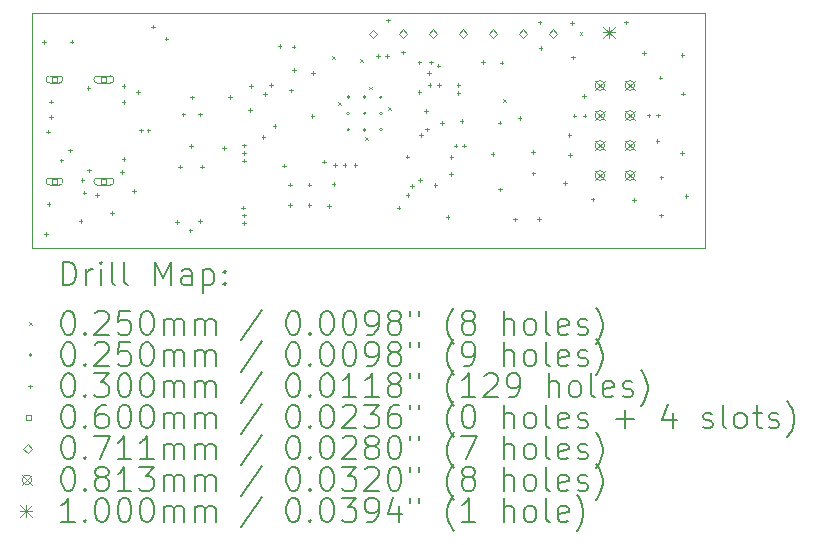
<source format=gbr>
%TF.GenerationSoftware,KiCad,Pcbnew,8.0.4*%
%TF.CreationDate,2024-10-03T21:36:24+02:00*%
%TF.ProjectId,Midi Stick,4d696469-2053-4746-9963-6b2e6b696361,2.0*%
%TF.SameCoordinates,Original*%
%TF.FileFunction,Drillmap*%
%TF.FilePolarity,Positive*%
%FSLAX45Y45*%
G04 Gerber Fmt 4.5, Leading zero omitted, Abs format (unit mm)*
G04 Created by KiCad (PCBNEW 8.0.4) date 2024-10-03 21:36:24*
%MOMM*%
%LPD*%
G01*
G04 APERTURE LIST*
%ADD10C,0.050000*%
%ADD11C,0.200000*%
%ADD12C,0.100000*%
G04 APERTURE END LIST*
D10*
X13288260Y-7365260D02*
X7593260Y-7365237D01*
X13289011Y-5374106D02*
X13288260Y-7365260D01*
X7593260Y-5374010D02*
X13289011Y-5374106D01*
X7593260Y-7365237D02*
X7593260Y-5374010D01*
D11*
D12*
X10135760Y-5742760D02*
X10160760Y-5767760D01*
X10160760Y-5742760D02*
X10135760Y-5767760D01*
X10180810Y-6132760D02*
X10205810Y-6157760D01*
X10205810Y-6132760D02*
X10180810Y-6157760D01*
X10365760Y-5762760D02*
X10390760Y-5787760D01*
X10390760Y-5762760D02*
X10365760Y-5787760D01*
X10415760Y-6427710D02*
X10440760Y-6452710D01*
X10440760Y-6427710D02*
X10415760Y-6452710D01*
X10444537Y-5997810D02*
X10469537Y-6022810D01*
X10469537Y-5997810D02*
X10444537Y-6022810D01*
X10610710Y-6172760D02*
X10635710Y-6197760D01*
X10635710Y-6172760D02*
X10610710Y-6197760D01*
X11580760Y-6105260D02*
X11605760Y-6130260D01*
X11605760Y-6105260D02*
X11580760Y-6130260D01*
X12228260Y-5540260D02*
X12253260Y-5565260D01*
X12253260Y-5540260D02*
X12228260Y-5565260D01*
X10283260Y-6087760D02*
G75*
G02*
X10258260Y-6087760I-12500J0D01*
G01*
X10258260Y-6087760D02*
G75*
G02*
X10283260Y-6087760I12500J0D01*
G01*
X10283260Y-6225260D02*
G75*
G02*
X10258260Y-6225260I-12500J0D01*
G01*
X10258260Y-6225260D02*
G75*
G02*
X10283260Y-6225260I12500J0D01*
G01*
X10283260Y-6362760D02*
G75*
G02*
X10258260Y-6362760I-12500J0D01*
G01*
X10258260Y-6362760D02*
G75*
G02*
X10283260Y-6362760I12500J0D01*
G01*
X10420760Y-6087760D02*
G75*
G02*
X10395760Y-6087760I-12500J0D01*
G01*
X10395760Y-6087760D02*
G75*
G02*
X10420760Y-6087760I12500J0D01*
G01*
X10420760Y-6225260D02*
G75*
G02*
X10395760Y-6225260I-12500J0D01*
G01*
X10395760Y-6225260D02*
G75*
G02*
X10420760Y-6225260I12500J0D01*
G01*
X10420760Y-6362760D02*
G75*
G02*
X10395760Y-6362760I-12500J0D01*
G01*
X10395760Y-6362760D02*
G75*
G02*
X10420760Y-6362760I12500J0D01*
G01*
X10558260Y-6087760D02*
G75*
G02*
X10533260Y-6087760I-12500J0D01*
G01*
X10533260Y-6087760D02*
G75*
G02*
X10558260Y-6087760I12500J0D01*
G01*
X10558260Y-6225260D02*
G75*
G02*
X10533260Y-6225260I-12500J0D01*
G01*
X10533260Y-6225260D02*
G75*
G02*
X10558260Y-6225260I12500J0D01*
G01*
X10558260Y-6362760D02*
G75*
G02*
X10533260Y-6362760I-12500J0D01*
G01*
X10533260Y-6362760D02*
G75*
G02*
X10558260Y-6362760I12500J0D01*
G01*
X7695760Y-5605260D02*
X7695760Y-5635260D01*
X7680760Y-5620260D02*
X7710760Y-5620260D01*
X7713260Y-7232760D02*
X7713260Y-7262760D01*
X7698260Y-7247760D02*
X7728260Y-7247760D01*
X7725760Y-6365260D02*
X7725760Y-6395260D01*
X7710760Y-6380260D02*
X7740760Y-6380260D01*
X7733260Y-6975260D02*
X7733260Y-7005260D01*
X7718260Y-6990260D02*
X7748260Y-6990260D01*
X7753260Y-6110260D02*
X7753260Y-6140260D01*
X7738260Y-6125260D02*
X7768260Y-6125260D01*
X7753260Y-6242760D02*
X7753260Y-6272760D01*
X7738260Y-6257760D02*
X7768260Y-6257760D01*
X7840760Y-6607760D02*
X7840760Y-6637760D01*
X7825760Y-6622760D02*
X7855760Y-6622760D01*
X7915760Y-6522760D02*
X7915760Y-6552760D01*
X7900760Y-6537760D02*
X7930760Y-6537760D01*
X7928260Y-5602760D02*
X7928260Y-5632760D01*
X7913260Y-5617760D02*
X7943260Y-5617760D01*
X8003260Y-7120260D02*
X8003260Y-7150260D01*
X7988260Y-7135260D02*
X8018260Y-7135260D01*
X8018260Y-6775260D02*
X8018260Y-6805260D01*
X8003260Y-6790260D02*
X8033260Y-6790260D01*
X8035760Y-6880260D02*
X8035760Y-6910260D01*
X8020760Y-6895260D02*
X8050760Y-6895260D01*
X8070760Y-5995260D02*
X8070760Y-6025260D01*
X8055760Y-6010260D02*
X8085760Y-6010260D01*
X8073260Y-6692760D02*
X8073260Y-6722760D01*
X8058260Y-6707760D02*
X8088260Y-6707760D01*
X8143260Y-6902760D02*
X8143260Y-6932760D01*
X8128260Y-6917760D02*
X8158260Y-6917760D01*
X8268260Y-7052760D02*
X8268260Y-7082760D01*
X8253260Y-7067760D02*
X8283260Y-7067760D01*
X8353260Y-6705260D02*
X8353260Y-6735260D01*
X8338260Y-6720260D02*
X8368260Y-6720260D01*
X8368260Y-5980260D02*
X8368260Y-6010260D01*
X8353260Y-5995260D02*
X8383260Y-5995260D01*
X8368260Y-6115260D02*
X8368260Y-6145260D01*
X8353260Y-6130260D02*
X8383260Y-6130260D01*
X8368260Y-6595260D02*
X8368260Y-6625260D01*
X8353260Y-6610260D02*
X8383260Y-6610260D01*
X8458260Y-6865260D02*
X8458260Y-6895260D01*
X8443260Y-6880260D02*
X8473260Y-6880260D01*
X8488260Y-6027760D02*
X8488260Y-6057760D01*
X8473260Y-6042760D02*
X8503260Y-6042760D01*
X8513260Y-6354260D02*
X8513260Y-6384260D01*
X8498260Y-6369260D02*
X8528260Y-6369260D01*
X8578260Y-6354260D02*
X8578260Y-6384260D01*
X8563260Y-6369260D02*
X8593260Y-6369260D01*
X8615760Y-5475260D02*
X8615760Y-5505260D01*
X8600760Y-5490260D02*
X8630760Y-5490260D01*
X8730760Y-5577760D02*
X8730760Y-5607760D01*
X8715760Y-5592760D02*
X8745760Y-5592760D01*
X8820760Y-7127760D02*
X8820760Y-7157760D01*
X8805760Y-7142760D02*
X8835760Y-7142760D01*
X8843260Y-6660260D02*
X8843260Y-6690260D01*
X8828260Y-6675260D02*
X8858260Y-6675260D01*
X8873260Y-6217760D02*
X8873260Y-6247760D01*
X8858260Y-6232760D02*
X8888260Y-6232760D01*
X8933260Y-7200260D02*
X8933260Y-7230260D01*
X8918260Y-7215260D02*
X8948260Y-7215260D01*
X8940760Y-6485260D02*
X8940760Y-6515260D01*
X8925760Y-6500260D02*
X8955760Y-6500260D01*
X8945760Y-6075260D02*
X8945760Y-6105260D01*
X8930760Y-6090260D02*
X8960760Y-6090260D01*
X9013260Y-6217760D02*
X9013260Y-6247760D01*
X8998260Y-6232760D02*
X9028260Y-6232760D01*
X9015760Y-7122760D02*
X9015760Y-7152760D01*
X9000760Y-7137760D02*
X9030760Y-7137760D01*
X9033260Y-6660260D02*
X9033260Y-6690260D01*
X9018260Y-6675260D02*
X9048260Y-6675260D01*
X9218260Y-6505260D02*
X9218260Y-6535260D01*
X9203260Y-6520260D02*
X9233260Y-6520260D01*
X9270760Y-6072760D02*
X9270760Y-6102760D01*
X9255760Y-6087760D02*
X9285760Y-6087760D01*
X9380760Y-7007760D02*
X9380760Y-7037760D01*
X9365760Y-7022760D02*
X9395760Y-7022760D01*
X9388260Y-6480260D02*
X9388260Y-6510260D01*
X9373260Y-6495260D02*
X9403260Y-6495260D01*
X9388260Y-6545260D02*
X9388260Y-6575260D01*
X9373260Y-6560260D02*
X9403260Y-6560260D01*
X9388260Y-6610260D02*
X9388260Y-6640260D01*
X9373260Y-6625260D02*
X9403260Y-6625260D01*
X9388260Y-7072760D02*
X9388260Y-7102760D01*
X9373260Y-7087760D02*
X9403260Y-7087760D01*
X9388260Y-7140260D02*
X9388260Y-7170260D01*
X9373260Y-7155260D02*
X9403260Y-7155260D01*
X9439760Y-6181760D02*
X9439760Y-6211760D01*
X9424760Y-6196760D02*
X9454760Y-6196760D01*
X9445760Y-5980260D02*
X9445760Y-6010260D01*
X9430760Y-5995260D02*
X9460760Y-5995260D01*
X9550760Y-6410260D02*
X9550760Y-6440260D01*
X9535760Y-6425260D02*
X9565760Y-6425260D01*
X9565760Y-6047760D02*
X9565760Y-6077760D01*
X9550760Y-6062760D02*
X9580760Y-6062760D01*
X9615760Y-5967760D02*
X9615760Y-5997760D01*
X9600760Y-5982760D02*
X9630760Y-5982760D01*
X9645760Y-6315260D02*
X9645760Y-6345260D01*
X9630760Y-6330260D02*
X9660760Y-6330260D01*
X9688260Y-5640260D02*
X9688260Y-5670260D01*
X9673260Y-5655260D02*
X9703260Y-5655260D01*
X9725760Y-6652760D02*
X9725760Y-6682760D01*
X9710760Y-6667760D02*
X9740760Y-6667760D01*
X9775760Y-6812760D02*
X9775760Y-6842760D01*
X9760760Y-6827760D02*
X9790760Y-6827760D01*
X9775760Y-6985260D02*
X9775760Y-7015260D01*
X9760760Y-7000260D02*
X9790760Y-7000260D01*
X9785886Y-6015239D02*
X9785886Y-6045239D01*
X9770886Y-6030239D02*
X9800886Y-6030239D01*
X9808260Y-5645260D02*
X9808260Y-5675260D01*
X9793260Y-5660260D02*
X9823260Y-5660260D01*
X9810260Y-5842760D02*
X9810260Y-5872760D01*
X9795260Y-5857760D02*
X9825260Y-5857760D01*
X9940760Y-6812760D02*
X9940760Y-6842760D01*
X9925760Y-6827760D02*
X9955760Y-6827760D01*
X9940760Y-6987760D02*
X9940760Y-7017760D01*
X9925760Y-7002760D02*
X9955760Y-7002760D01*
X9965760Y-6230260D02*
X9965760Y-6260260D01*
X9950760Y-6245260D02*
X9980760Y-6245260D01*
X9973260Y-5870260D02*
X9973260Y-5900260D01*
X9958260Y-5885260D02*
X9988260Y-5885260D01*
X10063260Y-6617760D02*
X10063260Y-6647760D01*
X10048260Y-6632760D02*
X10078260Y-6632760D01*
X10105760Y-6992760D02*
X10105760Y-7022760D01*
X10090760Y-7007760D02*
X10120760Y-7007760D01*
X10145760Y-6810260D02*
X10145760Y-6840260D01*
X10130760Y-6825260D02*
X10160760Y-6825260D01*
X10159845Y-6649260D02*
X10159845Y-6679260D01*
X10144845Y-6664260D02*
X10174845Y-6664260D01*
X10239830Y-6647674D02*
X10239830Y-6677674D01*
X10224830Y-6662674D02*
X10254830Y-6662674D01*
X10330760Y-6649260D02*
X10330760Y-6679260D01*
X10315760Y-6664260D02*
X10345760Y-6664260D01*
X10523260Y-5725260D02*
X10523260Y-5755260D01*
X10508260Y-5740260D02*
X10538260Y-5740260D01*
X10598260Y-5725260D02*
X10598260Y-5755260D01*
X10583260Y-5740260D02*
X10613260Y-5740260D01*
X10608260Y-5422760D02*
X10608260Y-5452760D01*
X10593260Y-5437760D02*
X10623260Y-5437760D01*
X10695760Y-7007760D02*
X10695760Y-7037760D01*
X10680760Y-7022760D02*
X10710760Y-7022760D01*
X10735760Y-5692760D02*
X10735760Y-5722760D01*
X10720760Y-5707760D02*
X10750760Y-5707760D01*
X10770760Y-6575260D02*
X10770760Y-6605260D01*
X10755760Y-6590260D02*
X10785760Y-6590260D01*
X10773260Y-6902760D02*
X10773260Y-6932760D01*
X10758260Y-6917760D02*
X10788260Y-6917760D01*
X10808260Y-6825260D02*
X10808260Y-6855260D01*
X10793260Y-6840260D02*
X10823260Y-6840260D01*
X10872760Y-5777760D02*
X10872760Y-5807760D01*
X10857760Y-5792760D02*
X10887760Y-5792760D01*
X10873260Y-6030260D02*
X10873260Y-6060260D01*
X10858260Y-6045260D02*
X10888260Y-6045260D01*
X10878260Y-6772760D02*
X10878260Y-6802760D01*
X10863260Y-6787760D02*
X10893260Y-6787760D01*
X10885760Y-6392760D02*
X10885760Y-6422760D01*
X10870760Y-6407760D02*
X10900760Y-6407760D01*
X10927303Y-6191803D02*
X10927303Y-6221803D01*
X10912303Y-6206803D02*
X10942303Y-6206803D01*
X10938260Y-6345260D02*
X10938260Y-6375260D01*
X10923260Y-6360260D02*
X10953260Y-6360260D01*
X10955760Y-5867760D02*
X10955760Y-5897760D01*
X10940760Y-5882760D02*
X10970760Y-5882760D01*
X10958301Y-5967681D02*
X10958301Y-5997681D01*
X10943301Y-5982681D02*
X10973301Y-5982681D01*
X10968760Y-5777760D02*
X10968760Y-5807760D01*
X10953760Y-5792760D02*
X10983760Y-5792760D01*
X11008260Y-6815260D02*
X11008260Y-6845260D01*
X10993260Y-6830260D02*
X11023260Y-6830260D01*
X11033260Y-5805260D02*
X11033260Y-5835260D01*
X11018260Y-5820260D02*
X11048260Y-5820260D01*
X11038260Y-5970260D02*
X11038260Y-6000260D01*
X11023260Y-5985260D02*
X11053260Y-5985260D01*
X11062010Y-6291510D02*
X11062010Y-6321510D01*
X11047010Y-6306510D02*
X11077010Y-6306510D01*
X11110760Y-7085260D02*
X11110760Y-7115260D01*
X11095760Y-7100260D02*
X11125760Y-7100260D01*
X11138576Y-6724010D02*
X11138576Y-6754010D01*
X11123576Y-6739010D02*
X11153576Y-6739010D01*
X11143260Y-6580260D02*
X11143260Y-6610260D01*
X11128260Y-6595260D02*
X11158260Y-6595260D01*
X11178260Y-6482760D02*
X11178260Y-6512760D01*
X11163260Y-6497760D02*
X11193260Y-6497760D01*
X11203260Y-5967760D02*
X11203260Y-5997760D01*
X11188260Y-5982760D02*
X11218260Y-5982760D01*
X11203260Y-6037760D02*
X11203260Y-6067760D01*
X11188260Y-6052760D02*
X11218260Y-6052760D01*
X11230760Y-6272760D02*
X11230760Y-6302760D01*
X11215760Y-6287760D02*
X11245760Y-6287760D01*
X11248260Y-6482760D02*
X11248260Y-6512760D01*
X11233260Y-6497760D02*
X11263260Y-6497760D01*
X11410760Y-5772760D02*
X11410760Y-5802760D01*
X11395760Y-5787760D02*
X11425760Y-5787760D01*
X11493260Y-6555260D02*
X11493260Y-6585260D01*
X11478260Y-6570260D02*
X11508260Y-6570260D01*
X11550760Y-6287760D02*
X11550760Y-6317760D01*
X11535760Y-6302760D02*
X11565760Y-6302760D01*
X11555760Y-6852760D02*
X11555760Y-6882760D01*
X11540760Y-6867760D02*
X11570760Y-6867760D01*
X11568260Y-5780260D02*
X11568260Y-5810260D01*
X11553260Y-5795260D02*
X11583260Y-5795260D01*
X11683260Y-7107760D02*
X11683260Y-7137760D01*
X11668260Y-7122760D02*
X11698260Y-7122760D01*
X11720760Y-6250260D02*
X11720760Y-6280260D01*
X11705760Y-6265260D02*
X11735760Y-6265260D01*
X11833260Y-6537760D02*
X11833260Y-6567760D01*
X11818260Y-6552760D02*
X11848260Y-6552760D01*
X11838260Y-6717760D02*
X11838260Y-6747760D01*
X11823260Y-6732760D02*
X11853260Y-6732760D01*
X11883260Y-7105260D02*
X11883260Y-7135260D01*
X11868260Y-7120260D02*
X11898260Y-7120260D01*
X11890760Y-5440260D02*
X11890760Y-5470260D01*
X11875760Y-5455260D02*
X11905760Y-5455260D01*
X11898260Y-5657760D02*
X11898260Y-5687760D01*
X11883260Y-5672760D02*
X11913260Y-5672760D01*
X12105760Y-6797760D02*
X12105760Y-6827760D01*
X12090760Y-6812760D02*
X12120760Y-6812760D01*
X12143260Y-6392760D02*
X12143260Y-6422760D01*
X12128260Y-6407760D02*
X12158260Y-6407760D01*
X12145760Y-6560260D02*
X12145760Y-6590260D01*
X12130760Y-6575260D02*
X12160760Y-6575260D01*
X12163260Y-5445260D02*
X12163260Y-5475260D01*
X12148260Y-5460260D02*
X12178260Y-5460260D01*
X12173260Y-5735260D02*
X12173260Y-5765260D01*
X12158260Y-5750260D02*
X12188260Y-5750260D01*
X12183748Y-6228248D02*
X12183748Y-6258248D01*
X12168748Y-6243248D02*
X12198748Y-6243248D01*
X12265760Y-6062760D02*
X12265760Y-6092760D01*
X12250760Y-6077760D02*
X12280760Y-6077760D01*
X12270760Y-6228248D02*
X12270760Y-6258248D01*
X12255760Y-6243248D02*
X12285760Y-6243248D01*
X12338260Y-6937760D02*
X12338260Y-6967760D01*
X12323260Y-6952760D02*
X12353260Y-6952760D01*
X12623260Y-5439095D02*
X12623260Y-5469095D01*
X12608260Y-5454095D02*
X12638260Y-5454095D01*
X12688260Y-6945260D02*
X12688260Y-6975260D01*
X12673260Y-6960260D02*
X12703260Y-6960260D01*
X12775760Y-5697760D02*
X12775760Y-5727760D01*
X12760760Y-5712760D02*
X12790760Y-5712760D01*
X12813260Y-6227760D02*
X12813260Y-6257760D01*
X12798260Y-6242760D02*
X12828260Y-6242760D01*
X12888260Y-6445260D02*
X12888260Y-6475260D01*
X12873260Y-6460260D02*
X12903260Y-6460260D01*
X12893260Y-6227760D02*
X12893260Y-6257760D01*
X12878260Y-6242760D02*
X12908260Y-6242760D01*
X12913260Y-5907760D02*
X12913260Y-5937760D01*
X12898260Y-5922760D02*
X12928260Y-5922760D01*
X12918260Y-7072760D02*
X12918260Y-7102760D01*
X12903260Y-7087760D02*
X12933260Y-7087760D01*
X12920760Y-6752760D02*
X12920760Y-6782760D01*
X12905760Y-6767760D02*
X12935760Y-6767760D01*
X13095760Y-6547760D02*
X13095760Y-6577760D01*
X13080760Y-6562760D02*
X13110760Y-6562760D01*
X13098260Y-5715260D02*
X13098260Y-5745260D01*
X13083260Y-5730260D02*
X13113260Y-5730260D01*
X13103260Y-6042760D02*
X13103260Y-6072760D01*
X13088260Y-6057760D02*
X13118260Y-6057760D01*
X13133260Y-6910260D02*
X13133260Y-6940260D01*
X13118260Y-6925260D02*
X13148260Y-6925260D01*
X7803973Y-5958885D02*
X7803973Y-5916458D01*
X7761547Y-5916458D01*
X7761547Y-5958885D01*
X7803973Y-5958885D01*
X7822760Y-5907671D02*
X7742760Y-5907671D01*
X7742760Y-5967671D02*
G75*
G02*
X7742760Y-5907671I0J30000D01*
G01*
X7742760Y-5967671D02*
X7822760Y-5967671D01*
X7822760Y-5967671D02*
G75*
G03*
X7822760Y-5907671I0J30000D01*
G01*
X7803973Y-6822885D02*
X7803973Y-6780458D01*
X7761547Y-6780458D01*
X7761547Y-6822885D01*
X7803973Y-6822885D01*
X7822760Y-6771671D02*
X7742760Y-6771671D01*
X7742760Y-6831671D02*
G75*
G02*
X7742760Y-6771671I0J30000D01*
G01*
X7742760Y-6831671D02*
X7822760Y-6831671D01*
X7822760Y-6831671D02*
G75*
G03*
X7822760Y-6771671I0J30000D01*
G01*
X8221973Y-5958885D02*
X8221973Y-5916458D01*
X8179547Y-5916458D01*
X8179547Y-5958885D01*
X8221973Y-5958885D01*
X8255760Y-5907671D02*
X8145760Y-5907671D01*
X8145760Y-5967671D02*
G75*
G02*
X8145760Y-5907671I0J30000D01*
G01*
X8145760Y-5967671D02*
X8255760Y-5967671D01*
X8255760Y-5967671D02*
G75*
G03*
X8255760Y-5907671I0J30000D01*
G01*
X8221973Y-6822885D02*
X8221973Y-6780458D01*
X8179547Y-6780458D01*
X8179547Y-6822885D01*
X8221973Y-6822885D01*
X8255760Y-6771671D02*
X8145760Y-6771671D01*
X8145760Y-6831671D02*
G75*
G02*
X8145760Y-6771671I0J30000D01*
G01*
X8145760Y-6831671D02*
X8255760Y-6831671D01*
X8255760Y-6831671D02*
G75*
G03*
X8255760Y-6771671I0J30000D01*
G01*
X10480760Y-5588320D02*
X10516320Y-5552760D01*
X10480760Y-5517200D01*
X10445200Y-5552760D01*
X10480760Y-5588320D01*
X10733260Y-5585820D02*
X10768820Y-5550260D01*
X10733260Y-5514700D01*
X10697700Y-5550260D01*
X10733260Y-5585820D01*
X10988260Y-5585820D02*
X11023820Y-5550260D01*
X10988260Y-5514700D01*
X10952700Y-5550260D01*
X10988260Y-5585820D01*
X11242260Y-5585820D02*
X11277820Y-5550260D01*
X11242260Y-5514700D01*
X11206700Y-5550260D01*
X11242260Y-5585820D01*
X11496260Y-5585820D02*
X11531820Y-5550260D01*
X11496260Y-5514700D01*
X11460700Y-5550260D01*
X11496260Y-5585820D01*
X11750260Y-5585820D02*
X11785820Y-5550260D01*
X11750260Y-5514700D01*
X11714700Y-5550260D01*
X11750260Y-5585820D01*
X12004260Y-5585820D02*
X12039820Y-5550260D01*
X12004260Y-5514700D01*
X11968700Y-5550260D01*
X12004260Y-5585820D01*
X12360370Y-5948608D02*
X12441650Y-6029888D01*
X12441650Y-5948608D02*
X12360370Y-6029888D01*
X12441650Y-5989248D02*
G75*
G02*
X12360370Y-5989248I-40640J0D01*
G01*
X12360370Y-5989248D02*
G75*
G02*
X12441650Y-5989248I40640J0D01*
G01*
X12360370Y-6202608D02*
X12441650Y-6283888D01*
X12441650Y-6202608D02*
X12360370Y-6283888D01*
X12441650Y-6243248D02*
G75*
G02*
X12360370Y-6243248I-40640J0D01*
G01*
X12360370Y-6243248D02*
G75*
G02*
X12441650Y-6243248I40640J0D01*
G01*
X12360370Y-6456608D02*
X12441650Y-6537888D01*
X12441650Y-6456608D02*
X12360370Y-6537888D01*
X12441650Y-6497248D02*
G75*
G02*
X12360370Y-6497248I-40640J0D01*
G01*
X12360370Y-6497248D02*
G75*
G02*
X12441650Y-6497248I40640J0D01*
G01*
X12360370Y-6710608D02*
X12441650Y-6791888D01*
X12441650Y-6710608D02*
X12360370Y-6791888D01*
X12441650Y-6751248D02*
G75*
G02*
X12360370Y-6751248I-40640J0D01*
G01*
X12360370Y-6751248D02*
G75*
G02*
X12441650Y-6751248I40640J0D01*
G01*
X12614370Y-5948608D02*
X12695650Y-6029888D01*
X12695650Y-5948608D02*
X12614370Y-6029888D01*
X12695650Y-5989248D02*
G75*
G02*
X12614370Y-5989248I-40640J0D01*
G01*
X12614370Y-5989248D02*
G75*
G02*
X12695650Y-5989248I40640J0D01*
G01*
X12614370Y-6202608D02*
X12695650Y-6283888D01*
X12695650Y-6202608D02*
X12614370Y-6283888D01*
X12695650Y-6243248D02*
G75*
G02*
X12614370Y-6243248I-40640J0D01*
G01*
X12614370Y-6243248D02*
G75*
G02*
X12695650Y-6243248I40640J0D01*
G01*
X12614370Y-6456608D02*
X12695650Y-6537888D01*
X12695650Y-6456608D02*
X12614370Y-6537888D01*
X12695650Y-6497248D02*
G75*
G02*
X12614370Y-6497248I-40640J0D01*
G01*
X12614370Y-6497248D02*
G75*
G02*
X12695650Y-6497248I40640J0D01*
G01*
X12614370Y-6710608D02*
X12695650Y-6791888D01*
X12695650Y-6710608D02*
X12614370Y-6791888D01*
X12695650Y-6751248D02*
G75*
G02*
X12614370Y-6751248I-40640J0D01*
G01*
X12614370Y-6751248D02*
G75*
G02*
X12695650Y-6751248I40640J0D01*
G01*
X12428260Y-5490260D02*
X12528260Y-5590260D01*
X12528260Y-5490260D02*
X12428260Y-5590260D01*
X12478260Y-5490260D02*
X12478260Y-5590260D01*
X12428260Y-5540260D02*
X12528260Y-5540260D01*
D11*
X7851537Y-7679244D02*
X7851537Y-7479244D01*
X7851537Y-7479244D02*
X7899156Y-7479244D01*
X7899156Y-7479244D02*
X7927727Y-7488768D01*
X7927727Y-7488768D02*
X7946775Y-7507815D01*
X7946775Y-7507815D02*
X7956299Y-7526863D01*
X7956299Y-7526863D02*
X7965822Y-7564958D01*
X7965822Y-7564958D02*
X7965822Y-7593529D01*
X7965822Y-7593529D02*
X7956299Y-7631625D01*
X7956299Y-7631625D02*
X7946775Y-7650672D01*
X7946775Y-7650672D02*
X7927727Y-7669720D01*
X7927727Y-7669720D02*
X7899156Y-7679244D01*
X7899156Y-7679244D02*
X7851537Y-7679244D01*
X8051537Y-7679244D02*
X8051537Y-7545910D01*
X8051537Y-7584006D02*
X8061061Y-7564958D01*
X8061061Y-7564958D02*
X8070584Y-7555434D01*
X8070584Y-7555434D02*
X8089632Y-7545910D01*
X8089632Y-7545910D02*
X8108680Y-7545910D01*
X8175346Y-7679244D02*
X8175346Y-7545910D01*
X8175346Y-7479244D02*
X8165822Y-7488768D01*
X8165822Y-7488768D02*
X8175346Y-7498291D01*
X8175346Y-7498291D02*
X8184870Y-7488768D01*
X8184870Y-7488768D02*
X8175346Y-7479244D01*
X8175346Y-7479244D02*
X8175346Y-7498291D01*
X8299156Y-7679244D02*
X8280108Y-7669720D01*
X8280108Y-7669720D02*
X8270584Y-7650672D01*
X8270584Y-7650672D02*
X8270584Y-7479244D01*
X8403918Y-7679244D02*
X8384870Y-7669720D01*
X8384870Y-7669720D02*
X8375346Y-7650672D01*
X8375346Y-7650672D02*
X8375346Y-7479244D01*
X8632489Y-7679244D02*
X8632489Y-7479244D01*
X8632489Y-7479244D02*
X8699156Y-7622101D01*
X8699156Y-7622101D02*
X8765823Y-7479244D01*
X8765823Y-7479244D02*
X8765823Y-7679244D01*
X8946775Y-7679244D02*
X8946775Y-7574482D01*
X8946775Y-7574482D02*
X8937251Y-7555434D01*
X8937251Y-7555434D02*
X8918204Y-7545910D01*
X8918204Y-7545910D02*
X8880108Y-7545910D01*
X8880108Y-7545910D02*
X8861061Y-7555434D01*
X8946775Y-7669720D02*
X8927727Y-7679244D01*
X8927727Y-7679244D02*
X8880108Y-7679244D01*
X8880108Y-7679244D02*
X8861061Y-7669720D01*
X8861061Y-7669720D02*
X8851537Y-7650672D01*
X8851537Y-7650672D02*
X8851537Y-7631625D01*
X8851537Y-7631625D02*
X8861061Y-7612577D01*
X8861061Y-7612577D02*
X8880108Y-7603053D01*
X8880108Y-7603053D02*
X8927727Y-7603053D01*
X8927727Y-7603053D02*
X8946775Y-7593529D01*
X9042013Y-7545910D02*
X9042013Y-7745910D01*
X9042013Y-7555434D02*
X9061061Y-7545910D01*
X9061061Y-7545910D02*
X9099156Y-7545910D01*
X9099156Y-7545910D02*
X9118204Y-7555434D01*
X9118204Y-7555434D02*
X9127727Y-7564958D01*
X9127727Y-7564958D02*
X9137251Y-7584006D01*
X9137251Y-7584006D02*
X9137251Y-7641148D01*
X9137251Y-7641148D02*
X9127727Y-7660196D01*
X9127727Y-7660196D02*
X9118204Y-7669720D01*
X9118204Y-7669720D02*
X9099156Y-7679244D01*
X9099156Y-7679244D02*
X9061061Y-7679244D01*
X9061061Y-7679244D02*
X9042013Y-7669720D01*
X9222965Y-7660196D02*
X9232489Y-7669720D01*
X9232489Y-7669720D02*
X9222965Y-7679244D01*
X9222965Y-7679244D02*
X9213442Y-7669720D01*
X9213442Y-7669720D02*
X9222965Y-7660196D01*
X9222965Y-7660196D02*
X9222965Y-7679244D01*
X9222965Y-7555434D02*
X9232489Y-7564958D01*
X9232489Y-7564958D02*
X9222965Y-7574482D01*
X9222965Y-7574482D02*
X9213442Y-7564958D01*
X9213442Y-7564958D02*
X9222965Y-7555434D01*
X9222965Y-7555434D02*
X9222965Y-7574482D01*
D12*
X7565760Y-7995260D02*
X7590760Y-8020260D01*
X7590760Y-7995260D02*
X7565760Y-8020260D01*
D11*
X7889632Y-7899244D02*
X7908680Y-7899244D01*
X7908680Y-7899244D02*
X7927727Y-7908768D01*
X7927727Y-7908768D02*
X7937251Y-7918291D01*
X7937251Y-7918291D02*
X7946775Y-7937339D01*
X7946775Y-7937339D02*
X7956299Y-7975434D01*
X7956299Y-7975434D02*
X7956299Y-8023053D01*
X7956299Y-8023053D02*
X7946775Y-8061148D01*
X7946775Y-8061148D02*
X7937251Y-8080196D01*
X7937251Y-8080196D02*
X7927727Y-8089720D01*
X7927727Y-8089720D02*
X7908680Y-8099244D01*
X7908680Y-8099244D02*
X7889632Y-8099244D01*
X7889632Y-8099244D02*
X7870584Y-8089720D01*
X7870584Y-8089720D02*
X7861061Y-8080196D01*
X7861061Y-8080196D02*
X7851537Y-8061148D01*
X7851537Y-8061148D02*
X7842013Y-8023053D01*
X7842013Y-8023053D02*
X7842013Y-7975434D01*
X7842013Y-7975434D02*
X7851537Y-7937339D01*
X7851537Y-7937339D02*
X7861061Y-7918291D01*
X7861061Y-7918291D02*
X7870584Y-7908768D01*
X7870584Y-7908768D02*
X7889632Y-7899244D01*
X8042013Y-8080196D02*
X8051537Y-8089720D01*
X8051537Y-8089720D02*
X8042013Y-8099244D01*
X8042013Y-8099244D02*
X8032489Y-8089720D01*
X8032489Y-8089720D02*
X8042013Y-8080196D01*
X8042013Y-8080196D02*
X8042013Y-8099244D01*
X8127727Y-7918291D02*
X8137251Y-7908768D01*
X8137251Y-7908768D02*
X8156299Y-7899244D01*
X8156299Y-7899244D02*
X8203918Y-7899244D01*
X8203918Y-7899244D02*
X8222965Y-7908768D01*
X8222965Y-7908768D02*
X8232489Y-7918291D01*
X8232489Y-7918291D02*
X8242013Y-7937339D01*
X8242013Y-7937339D02*
X8242013Y-7956387D01*
X8242013Y-7956387D02*
X8232489Y-7984958D01*
X8232489Y-7984958D02*
X8118203Y-8099244D01*
X8118203Y-8099244D02*
X8242013Y-8099244D01*
X8422965Y-7899244D02*
X8327727Y-7899244D01*
X8327727Y-7899244D02*
X8318203Y-7994482D01*
X8318203Y-7994482D02*
X8327727Y-7984958D01*
X8327727Y-7984958D02*
X8346775Y-7975434D01*
X8346775Y-7975434D02*
X8394394Y-7975434D01*
X8394394Y-7975434D02*
X8413442Y-7984958D01*
X8413442Y-7984958D02*
X8422965Y-7994482D01*
X8422965Y-7994482D02*
X8432489Y-8013529D01*
X8432489Y-8013529D02*
X8432489Y-8061148D01*
X8432489Y-8061148D02*
X8422965Y-8080196D01*
X8422965Y-8080196D02*
X8413442Y-8089720D01*
X8413442Y-8089720D02*
X8394394Y-8099244D01*
X8394394Y-8099244D02*
X8346775Y-8099244D01*
X8346775Y-8099244D02*
X8327727Y-8089720D01*
X8327727Y-8089720D02*
X8318203Y-8080196D01*
X8556299Y-7899244D02*
X8575346Y-7899244D01*
X8575346Y-7899244D02*
X8594394Y-7908768D01*
X8594394Y-7908768D02*
X8603918Y-7918291D01*
X8603918Y-7918291D02*
X8613442Y-7937339D01*
X8613442Y-7937339D02*
X8622965Y-7975434D01*
X8622965Y-7975434D02*
X8622965Y-8023053D01*
X8622965Y-8023053D02*
X8613442Y-8061148D01*
X8613442Y-8061148D02*
X8603918Y-8080196D01*
X8603918Y-8080196D02*
X8594394Y-8089720D01*
X8594394Y-8089720D02*
X8575346Y-8099244D01*
X8575346Y-8099244D02*
X8556299Y-8099244D01*
X8556299Y-8099244D02*
X8537251Y-8089720D01*
X8537251Y-8089720D02*
X8527727Y-8080196D01*
X8527727Y-8080196D02*
X8518204Y-8061148D01*
X8518204Y-8061148D02*
X8508680Y-8023053D01*
X8508680Y-8023053D02*
X8508680Y-7975434D01*
X8508680Y-7975434D02*
X8518204Y-7937339D01*
X8518204Y-7937339D02*
X8527727Y-7918291D01*
X8527727Y-7918291D02*
X8537251Y-7908768D01*
X8537251Y-7908768D02*
X8556299Y-7899244D01*
X8708680Y-8099244D02*
X8708680Y-7965910D01*
X8708680Y-7984958D02*
X8718204Y-7975434D01*
X8718204Y-7975434D02*
X8737251Y-7965910D01*
X8737251Y-7965910D02*
X8765823Y-7965910D01*
X8765823Y-7965910D02*
X8784870Y-7975434D01*
X8784870Y-7975434D02*
X8794394Y-7994482D01*
X8794394Y-7994482D02*
X8794394Y-8099244D01*
X8794394Y-7994482D02*
X8803918Y-7975434D01*
X8803918Y-7975434D02*
X8822965Y-7965910D01*
X8822965Y-7965910D02*
X8851537Y-7965910D01*
X8851537Y-7965910D02*
X8870585Y-7975434D01*
X8870585Y-7975434D02*
X8880108Y-7994482D01*
X8880108Y-7994482D02*
X8880108Y-8099244D01*
X8975346Y-8099244D02*
X8975346Y-7965910D01*
X8975346Y-7984958D02*
X8984870Y-7975434D01*
X8984870Y-7975434D02*
X9003918Y-7965910D01*
X9003918Y-7965910D02*
X9032489Y-7965910D01*
X9032489Y-7965910D02*
X9051537Y-7975434D01*
X9051537Y-7975434D02*
X9061061Y-7994482D01*
X9061061Y-7994482D02*
X9061061Y-8099244D01*
X9061061Y-7994482D02*
X9070585Y-7975434D01*
X9070585Y-7975434D02*
X9089632Y-7965910D01*
X9089632Y-7965910D02*
X9118204Y-7965910D01*
X9118204Y-7965910D02*
X9137251Y-7975434D01*
X9137251Y-7975434D02*
X9146775Y-7994482D01*
X9146775Y-7994482D02*
X9146775Y-8099244D01*
X9537251Y-7889720D02*
X9365823Y-8146863D01*
X9794394Y-7899244D02*
X9813442Y-7899244D01*
X9813442Y-7899244D02*
X9832489Y-7908768D01*
X9832489Y-7908768D02*
X9842013Y-7918291D01*
X9842013Y-7918291D02*
X9851537Y-7937339D01*
X9851537Y-7937339D02*
X9861061Y-7975434D01*
X9861061Y-7975434D02*
X9861061Y-8023053D01*
X9861061Y-8023053D02*
X9851537Y-8061148D01*
X9851537Y-8061148D02*
X9842013Y-8080196D01*
X9842013Y-8080196D02*
X9832489Y-8089720D01*
X9832489Y-8089720D02*
X9813442Y-8099244D01*
X9813442Y-8099244D02*
X9794394Y-8099244D01*
X9794394Y-8099244D02*
X9775347Y-8089720D01*
X9775347Y-8089720D02*
X9765823Y-8080196D01*
X9765823Y-8080196D02*
X9756299Y-8061148D01*
X9756299Y-8061148D02*
X9746775Y-8023053D01*
X9746775Y-8023053D02*
X9746775Y-7975434D01*
X9746775Y-7975434D02*
X9756299Y-7937339D01*
X9756299Y-7937339D02*
X9765823Y-7918291D01*
X9765823Y-7918291D02*
X9775347Y-7908768D01*
X9775347Y-7908768D02*
X9794394Y-7899244D01*
X9946775Y-8080196D02*
X9956299Y-8089720D01*
X9956299Y-8089720D02*
X9946775Y-8099244D01*
X9946775Y-8099244D02*
X9937251Y-8089720D01*
X9937251Y-8089720D02*
X9946775Y-8080196D01*
X9946775Y-8080196D02*
X9946775Y-8099244D01*
X10080108Y-7899244D02*
X10099156Y-7899244D01*
X10099156Y-7899244D02*
X10118204Y-7908768D01*
X10118204Y-7908768D02*
X10127728Y-7918291D01*
X10127728Y-7918291D02*
X10137251Y-7937339D01*
X10137251Y-7937339D02*
X10146775Y-7975434D01*
X10146775Y-7975434D02*
X10146775Y-8023053D01*
X10146775Y-8023053D02*
X10137251Y-8061148D01*
X10137251Y-8061148D02*
X10127728Y-8080196D01*
X10127728Y-8080196D02*
X10118204Y-8089720D01*
X10118204Y-8089720D02*
X10099156Y-8099244D01*
X10099156Y-8099244D02*
X10080108Y-8099244D01*
X10080108Y-8099244D02*
X10061061Y-8089720D01*
X10061061Y-8089720D02*
X10051537Y-8080196D01*
X10051537Y-8080196D02*
X10042013Y-8061148D01*
X10042013Y-8061148D02*
X10032489Y-8023053D01*
X10032489Y-8023053D02*
X10032489Y-7975434D01*
X10032489Y-7975434D02*
X10042013Y-7937339D01*
X10042013Y-7937339D02*
X10051537Y-7918291D01*
X10051537Y-7918291D02*
X10061061Y-7908768D01*
X10061061Y-7908768D02*
X10080108Y-7899244D01*
X10270585Y-7899244D02*
X10289632Y-7899244D01*
X10289632Y-7899244D02*
X10308680Y-7908768D01*
X10308680Y-7908768D02*
X10318204Y-7918291D01*
X10318204Y-7918291D02*
X10327728Y-7937339D01*
X10327728Y-7937339D02*
X10337251Y-7975434D01*
X10337251Y-7975434D02*
X10337251Y-8023053D01*
X10337251Y-8023053D02*
X10327728Y-8061148D01*
X10327728Y-8061148D02*
X10318204Y-8080196D01*
X10318204Y-8080196D02*
X10308680Y-8089720D01*
X10308680Y-8089720D02*
X10289632Y-8099244D01*
X10289632Y-8099244D02*
X10270585Y-8099244D01*
X10270585Y-8099244D02*
X10251537Y-8089720D01*
X10251537Y-8089720D02*
X10242013Y-8080196D01*
X10242013Y-8080196D02*
X10232489Y-8061148D01*
X10232489Y-8061148D02*
X10222966Y-8023053D01*
X10222966Y-8023053D02*
X10222966Y-7975434D01*
X10222966Y-7975434D02*
X10232489Y-7937339D01*
X10232489Y-7937339D02*
X10242013Y-7918291D01*
X10242013Y-7918291D02*
X10251537Y-7908768D01*
X10251537Y-7908768D02*
X10270585Y-7899244D01*
X10432489Y-8099244D02*
X10470585Y-8099244D01*
X10470585Y-8099244D02*
X10489632Y-8089720D01*
X10489632Y-8089720D02*
X10499156Y-8080196D01*
X10499156Y-8080196D02*
X10518204Y-8051625D01*
X10518204Y-8051625D02*
X10527728Y-8013529D01*
X10527728Y-8013529D02*
X10527728Y-7937339D01*
X10527728Y-7937339D02*
X10518204Y-7918291D01*
X10518204Y-7918291D02*
X10508680Y-7908768D01*
X10508680Y-7908768D02*
X10489632Y-7899244D01*
X10489632Y-7899244D02*
X10451537Y-7899244D01*
X10451537Y-7899244D02*
X10432489Y-7908768D01*
X10432489Y-7908768D02*
X10422966Y-7918291D01*
X10422966Y-7918291D02*
X10413442Y-7937339D01*
X10413442Y-7937339D02*
X10413442Y-7984958D01*
X10413442Y-7984958D02*
X10422966Y-8004006D01*
X10422966Y-8004006D02*
X10432489Y-8013529D01*
X10432489Y-8013529D02*
X10451537Y-8023053D01*
X10451537Y-8023053D02*
X10489632Y-8023053D01*
X10489632Y-8023053D02*
X10508680Y-8013529D01*
X10508680Y-8013529D02*
X10518204Y-8004006D01*
X10518204Y-8004006D02*
X10527728Y-7984958D01*
X10642013Y-7984958D02*
X10622966Y-7975434D01*
X10622966Y-7975434D02*
X10613442Y-7965910D01*
X10613442Y-7965910D02*
X10603918Y-7946863D01*
X10603918Y-7946863D02*
X10603918Y-7937339D01*
X10603918Y-7937339D02*
X10613442Y-7918291D01*
X10613442Y-7918291D02*
X10622966Y-7908768D01*
X10622966Y-7908768D02*
X10642013Y-7899244D01*
X10642013Y-7899244D02*
X10680109Y-7899244D01*
X10680109Y-7899244D02*
X10699156Y-7908768D01*
X10699156Y-7908768D02*
X10708680Y-7918291D01*
X10708680Y-7918291D02*
X10718204Y-7937339D01*
X10718204Y-7937339D02*
X10718204Y-7946863D01*
X10718204Y-7946863D02*
X10708680Y-7965910D01*
X10708680Y-7965910D02*
X10699156Y-7975434D01*
X10699156Y-7975434D02*
X10680109Y-7984958D01*
X10680109Y-7984958D02*
X10642013Y-7984958D01*
X10642013Y-7984958D02*
X10622966Y-7994482D01*
X10622966Y-7994482D02*
X10613442Y-8004006D01*
X10613442Y-8004006D02*
X10603918Y-8023053D01*
X10603918Y-8023053D02*
X10603918Y-8061148D01*
X10603918Y-8061148D02*
X10613442Y-8080196D01*
X10613442Y-8080196D02*
X10622966Y-8089720D01*
X10622966Y-8089720D02*
X10642013Y-8099244D01*
X10642013Y-8099244D02*
X10680109Y-8099244D01*
X10680109Y-8099244D02*
X10699156Y-8089720D01*
X10699156Y-8089720D02*
X10708680Y-8080196D01*
X10708680Y-8080196D02*
X10718204Y-8061148D01*
X10718204Y-8061148D02*
X10718204Y-8023053D01*
X10718204Y-8023053D02*
X10708680Y-8004006D01*
X10708680Y-8004006D02*
X10699156Y-7994482D01*
X10699156Y-7994482D02*
X10680109Y-7984958D01*
X10794394Y-7899244D02*
X10794394Y-7937339D01*
X10870585Y-7899244D02*
X10870585Y-7937339D01*
X11165823Y-8175434D02*
X11156299Y-8165910D01*
X11156299Y-8165910D02*
X11137251Y-8137339D01*
X11137251Y-8137339D02*
X11127728Y-8118291D01*
X11127728Y-8118291D02*
X11118204Y-8089720D01*
X11118204Y-8089720D02*
X11108680Y-8042101D01*
X11108680Y-8042101D02*
X11108680Y-8004006D01*
X11108680Y-8004006D02*
X11118204Y-7956387D01*
X11118204Y-7956387D02*
X11127728Y-7927815D01*
X11127728Y-7927815D02*
X11137251Y-7908768D01*
X11137251Y-7908768D02*
X11156299Y-7880196D01*
X11156299Y-7880196D02*
X11165823Y-7870672D01*
X11270585Y-7984958D02*
X11251537Y-7975434D01*
X11251537Y-7975434D02*
X11242013Y-7965910D01*
X11242013Y-7965910D02*
X11232489Y-7946863D01*
X11232489Y-7946863D02*
X11232489Y-7937339D01*
X11232489Y-7937339D02*
X11242013Y-7918291D01*
X11242013Y-7918291D02*
X11251537Y-7908768D01*
X11251537Y-7908768D02*
X11270585Y-7899244D01*
X11270585Y-7899244D02*
X11308680Y-7899244D01*
X11308680Y-7899244D02*
X11327728Y-7908768D01*
X11327728Y-7908768D02*
X11337251Y-7918291D01*
X11337251Y-7918291D02*
X11346775Y-7937339D01*
X11346775Y-7937339D02*
X11346775Y-7946863D01*
X11346775Y-7946863D02*
X11337251Y-7965910D01*
X11337251Y-7965910D02*
X11327728Y-7975434D01*
X11327728Y-7975434D02*
X11308680Y-7984958D01*
X11308680Y-7984958D02*
X11270585Y-7984958D01*
X11270585Y-7984958D02*
X11251537Y-7994482D01*
X11251537Y-7994482D02*
X11242013Y-8004006D01*
X11242013Y-8004006D02*
X11232489Y-8023053D01*
X11232489Y-8023053D02*
X11232489Y-8061148D01*
X11232489Y-8061148D02*
X11242013Y-8080196D01*
X11242013Y-8080196D02*
X11251537Y-8089720D01*
X11251537Y-8089720D02*
X11270585Y-8099244D01*
X11270585Y-8099244D02*
X11308680Y-8099244D01*
X11308680Y-8099244D02*
X11327728Y-8089720D01*
X11327728Y-8089720D02*
X11337251Y-8080196D01*
X11337251Y-8080196D02*
X11346775Y-8061148D01*
X11346775Y-8061148D02*
X11346775Y-8023053D01*
X11346775Y-8023053D02*
X11337251Y-8004006D01*
X11337251Y-8004006D02*
X11327728Y-7994482D01*
X11327728Y-7994482D02*
X11308680Y-7984958D01*
X11584870Y-8099244D02*
X11584870Y-7899244D01*
X11670585Y-8099244D02*
X11670585Y-7994482D01*
X11670585Y-7994482D02*
X11661061Y-7975434D01*
X11661061Y-7975434D02*
X11642013Y-7965910D01*
X11642013Y-7965910D02*
X11613442Y-7965910D01*
X11613442Y-7965910D02*
X11594394Y-7975434D01*
X11594394Y-7975434D02*
X11584870Y-7984958D01*
X11794394Y-8099244D02*
X11775347Y-8089720D01*
X11775347Y-8089720D02*
X11765823Y-8080196D01*
X11765823Y-8080196D02*
X11756299Y-8061148D01*
X11756299Y-8061148D02*
X11756299Y-8004006D01*
X11756299Y-8004006D02*
X11765823Y-7984958D01*
X11765823Y-7984958D02*
X11775347Y-7975434D01*
X11775347Y-7975434D02*
X11794394Y-7965910D01*
X11794394Y-7965910D02*
X11822966Y-7965910D01*
X11822966Y-7965910D02*
X11842013Y-7975434D01*
X11842013Y-7975434D02*
X11851537Y-7984958D01*
X11851537Y-7984958D02*
X11861061Y-8004006D01*
X11861061Y-8004006D02*
X11861061Y-8061148D01*
X11861061Y-8061148D02*
X11851537Y-8080196D01*
X11851537Y-8080196D02*
X11842013Y-8089720D01*
X11842013Y-8089720D02*
X11822966Y-8099244D01*
X11822966Y-8099244D02*
X11794394Y-8099244D01*
X11975347Y-8099244D02*
X11956299Y-8089720D01*
X11956299Y-8089720D02*
X11946775Y-8070672D01*
X11946775Y-8070672D02*
X11946775Y-7899244D01*
X12127728Y-8089720D02*
X12108680Y-8099244D01*
X12108680Y-8099244D02*
X12070585Y-8099244D01*
X12070585Y-8099244D02*
X12051537Y-8089720D01*
X12051537Y-8089720D02*
X12042013Y-8070672D01*
X12042013Y-8070672D02*
X12042013Y-7994482D01*
X12042013Y-7994482D02*
X12051537Y-7975434D01*
X12051537Y-7975434D02*
X12070585Y-7965910D01*
X12070585Y-7965910D02*
X12108680Y-7965910D01*
X12108680Y-7965910D02*
X12127728Y-7975434D01*
X12127728Y-7975434D02*
X12137251Y-7994482D01*
X12137251Y-7994482D02*
X12137251Y-8013529D01*
X12137251Y-8013529D02*
X12042013Y-8032577D01*
X12213442Y-8089720D02*
X12232490Y-8099244D01*
X12232490Y-8099244D02*
X12270585Y-8099244D01*
X12270585Y-8099244D02*
X12289632Y-8089720D01*
X12289632Y-8089720D02*
X12299156Y-8070672D01*
X12299156Y-8070672D02*
X12299156Y-8061148D01*
X12299156Y-8061148D02*
X12289632Y-8042101D01*
X12289632Y-8042101D02*
X12270585Y-8032577D01*
X12270585Y-8032577D02*
X12242013Y-8032577D01*
X12242013Y-8032577D02*
X12222966Y-8023053D01*
X12222966Y-8023053D02*
X12213442Y-8004006D01*
X12213442Y-8004006D02*
X12213442Y-7994482D01*
X12213442Y-7994482D02*
X12222966Y-7975434D01*
X12222966Y-7975434D02*
X12242013Y-7965910D01*
X12242013Y-7965910D02*
X12270585Y-7965910D01*
X12270585Y-7965910D02*
X12289632Y-7975434D01*
X12365823Y-8175434D02*
X12375347Y-8165910D01*
X12375347Y-8165910D02*
X12394394Y-8137339D01*
X12394394Y-8137339D02*
X12403918Y-8118291D01*
X12403918Y-8118291D02*
X12413442Y-8089720D01*
X12413442Y-8089720D02*
X12422966Y-8042101D01*
X12422966Y-8042101D02*
X12422966Y-8004006D01*
X12422966Y-8004006D02*
X12413442Y-7956387D01*
X12413442Y-7956387D02*
X12403918Y-7927815D01*
X12403918Y-7927815D02*
X12394394Y-7908768D01*
X12394394Y-7908768D02*
X12375347Y-7880196D01*
X12375347Y-7880196D02*
X12365823Y-7870672D01*
D12*
X7590760Y-8271760D02*
G75*
G02*
X7565760Y-8271760I-12500J0D01*
G01*
X7565760Y-8271760D02*
G75*
G02*
X7590760Y-8271760I12500J0D01*
G01*
D11*
X7889632Y-8163244D02*
X7908680Y-8163244D01*
X7908680Y-8163244D02*
X7927727Y-8172768D01*
X7927727Y-8172768D02*
X7937251Y-8182291D01*
X7937251Y-8182291D02*
X7946775Y-8201339D01*
X7946775Y-8201339D02*
X7956299Y-8239434D01*
X7956299Y-8239434D02*
X7956299Y-8287053D01*
X7956299Y-8287053D02*
X7946775Y-8325148D01*
X7946775Y-8325148D02*
X7937251Y-8344196D01*
X7937251Y-8344196D02*
X7927727Y-8353720D01*
X7927727Y-8353720D02*
X7908680Y-8363244D01*
X7908680Y-8363244D02*
X7889632Y-8363244D01*
X7889632Y-8363244D02*
X7870584Y-8353720D01*
X7870584Y-8353720D02*
X7861061Y-8344196D01*
X7861061Y-8344196D02*
X7851537Y-8325148D01*
X7851537Y-8325148D02*
X7842013Y-8287053D01*
X7842013Y-8287053D02*
X7842013Y-8239434D01*
X7842013Y-8239434D02*
X7851537Y-8201339D01*
X7851537Y-8201339D02*
X7861061Y-8182291D01*
X7861061Y-8182291D02*
X7870584Y-8172768D01*
X7870584Y-8172768D02*
X7889632Y-8163244D01*
X8042013Y-8344196D02*
X8051537Y-8353720D01*
X8051537Y-8353720D02*
X8042013Y-8363244D01*
X8042013Y-8363244D02*
X8032489Y-8353720D01*
X8032489Y-8353720D02*
X8042013Y-8344196D01*
X8042013Y-8344196D02*
X8042013Y-8363244D01*
X8127727Y-8182291D02*
X8137251Y-8172768D01*
X8137251Y-8172768D02*
X8156299Y-8163244D01*
X8156299Y-8163244D02*
X8203918Y-8163244D01*
X8203918Y-8163244D02*
X8222965Y-8172768D01*
X8222965Y-8172768D02*
X8232489Y-8182291D01*
X8232489Y-8182291D02*
X8242013Y-8201339D01*
X8242013Y-8201339D02*
X8242013Y-8220387D01*
X8242013Y-8220387D02*
X8232489Y-8248958D01*
X8232489Y-8248958D02*
X8118203Y-8363244D01*
X8118203Y-8363244D02*
X8242013Y-8363244D01*
X8422965Y-8163244D02*
X8327727Y-8163244D01*
X8327727Y-8163244D02*
X8318203Y-8258482D01*
X8318203Y-8258482D02*
X8327727Y-8248958D01*
X8327727Y-8248958D02*
X8346775Y-8239434D01*
X8346775Y-8239434D02*
X8394394Y-8239434D01*
X8394394Y-8239434D02*
X8413442Y-8248958D01*
X8413442Y-8248958D02*
X8422965Y-8258482D01*
X8422965Y-8258482D02*
X8432489Y-8277529D01*
X8432489Y-8277529D02*
X8432489Y-8325148D01*
X8432489Y-8325148D02*
X8422965Y-8344196D01*
X8422965Y-8344196D02*
X8413442Y-8353720D01*
X8413442Y-8353720D02*
X8394394Y-8363244D01*
X8394394Y-8363244D02*
X8346775Y-8363244D01*
X8346775Y-8363244D02*
X8327727Y-8353720D01*
X8327727Y-8353720D02*
X8318203Y-8344196D01*
X8556299Y-8163244D02*
X8575346Y-8163244D01*
X8575346Y-8163244D02*
X8594394Y-8172768D01*
X8594394Y-8172768D02*
X8603918Y-8182291D01*
X8603918Y-8182291D02*
X8613442Y-8201339D01*
X8613442Y-8201339D02*
X8622965Y-8239434D01*
X8622965Y-8239434D02*
X8622965Y-8287053D01*
X8622965Y-8287053D02*
X8613442Y-8325148D01*
X8613442Y-8325148D02*
X8603918Y-8344196D01*
X8603918Y-8344196D02*
X8594394Y-8353720D01*
X8594394Y-8353720D02*
X8575346Y-8363244D01*
X8575346Y-8363244D02*
X8556299Y-8363244D01*
X8556299Y-8363244D02*
X8537251Y-8353720D01*
X8537251Y-8353720D02*
X8527727Y-8344196D01*
X8527727Y-8344196D02*
X8518204Y-8325148D01*
X8518204Y-8325148D02*
X8508680Y-8287053D01*
X8508680Y-8287053D02*
X8508680Y-8239434D01*
X8508680Y-8239434D02*
X8518204Y-8201339D01*
X8518204Y-8201339D02*
X8527727Y-8182291D01*
X8527727Y-8182291D02*
X8537251Y-8172768D01*
X8537251Y-8172768D02*
X8556299Y-8163244D01*
X8708680Y-8363244D02*
X8708680Y-8229910D01*
X8708680Y-8248958D02*
X8718204Y-8239434D01*
X8718204Y-8239434D02*
X8737251Y-8229910D01*
X8737251Y-8229910D02*
X8765823Y-8229910D01*
X8765823Y-8229910D02*
X8784870Y-8239434D01*
X8784870Y-8239434D02*
X8794394Y-8258482D01*
X8794394Y-8258482D02*
X8794394Y-8363244D01*
X8794394Y-8258482D02*
X8803918Y-8239434D01*
X8803918Y-8239434D02*
X8822965Y-8229910D01*
X8822965Y-8229910D02*
X8851537Y-8229910D01*
X8851537Y-8229910D02*
X8870585Y-8239434D01*
X8870585Y-8239434D02*
X8880108Y-8258482D01*
X8880108Y-8258482D02*
X8880108Y-8363244D01*
X8975346Y-8363244D02*
X8975346Y-8229910D01*
X8975346Y-8248958D02*
X8984870Y-8239434D01*
X8984870Y-8239434D02*
X9003918Y-8229910D01*
X9003918Y-8229910D02*
X9032489Y-8229910D01*
X9032489Y-8229910D02*
X9051537Y-8239434D01*
X9051537Y-8239434D02*
X9061061Y-8258482D01*
X9061061Y-8258482D02*
X9061061Y-8363244D01*
X9061061Y-8258482D02*
X9070585Y-8239434D01*
X9070585Y-8239434D02*
X9089632Y-8229910D01*
X9089632Y-8229910D02*
X9118204Y-8229910D01*
X9118204Y-8229910D02*
X9137251Y-8239434D01*
X9137251Y-8239434D02*
X9146775Y-8258482D01*
X9146775Y-8258482D02*
X9146775Y-8363244D01*
X9537251Y-8153720D02*
X9365823Y-8410863D01*
X9794394Y-8163244D02*
X9813442Y-8163244D01*
X9813442Y-8163244D02*
X9832489Y-8172768D01*
X9832489Y-8172768D02*
X9842013Y-8182291D01*
X9842013Y-8182291D02*
X9851537Y-8201339D01*
X9851537Y-8201339D02*
X9861061Y-8239434D01*
X9861061Y-8239434D02*
X9861061Y-8287053D01*
X9861061Y-8287053D02*
X9851537Y-8325148D01*
X9851537Y-8325148D02*
X9842013Y-8344196D01*
X9842013Y-8344196D02*
X9832489Y-8353720D01*
X9832489Y-8353720D02*
X9813442Y-8363244D01*
X9813442Y-8363244D02*
X9794394Y-8363244D01*
X9794394Y-8363244D02*
X9775347Y-8353720D01*
X9775347Y-8353720D02*
X9765823Y-8344196D01*
X9765823Y-8344196D02*
X9756299Y-8325148D01*
X9756299Y-8325148D02*
X9746775Y-8287053D01*
X9746775Y-8287053D02*
X9746775Y-8239434D01*
X9746775Y-8239434D02*
X9756299Y-8201339D01*
X9756299Y-8201339D02*
X9765823Y-8182291D01*
X9765823Y-8182291D02*
X9775347Y-8172768D01*
X9775347Y-8172768D02*
X9794394Y-8163244D01*
X9946775Y-8344196D02*
X9956299Y-8353720D01*
X9956299Y-8353720D02*
X9946775Y-8363244D01*
X9946775Y-8363244D02*
X9937251Y-8353720D01*
X9937251Y-8353720D02*
X9946775Y-8344196D01*
X9946775Y-8344196D02*
X9946775Y-8363244D01*
X10080108Y-8163244D02*
X10099156Y-8163244D01*
X10099156Y-8163244D02*
X10118204Y-8172768D01*
X10118204Y-8172768D02*
X10127728Y-8182291D01*
X10127728Y-8182291D02*
X10137251Y-8201339D01*
X10137251Y-8201339D02*
X10146775Y-8239434D01*
X10146775Y-8239434D02*
X10146775Y-8287053D01*
X10146775Y-8287053D02*
X10137251Y-8325148D01*
X10137251Y-8325148D02*
X10127728Y-8344196D01*
X10127728Y-8344196D02*
X10118204Y-8353720D01*
X10118204Y-8353720D02*
X10099156Y-8363244D01*
X10099156Y-8363244D02*
X10080108Y-8363244D01*
X10080108Y-8363244D02*
X10061061Y-8353720D01*
X10061061Y-8353720D02*
X10051537Y-8344196D01*
X10051537Y-8344196D02*
X10042013Y-8325148D01*
X10042013Y-8325148D02*
X10032489Y-8287053D01*
X10032489Y-8287053D02*
X10032489Y-8239434D01*
X10032489Y-8239434D02*
X10042013Y-8201339D01*
X10042013Y-8201339D02*
X10051537Y-8182291D01*
X10051537Y-8182291D02*
X10061061Y-8172768D01*
X10061061Y-8172768D02*
X10080108Y-8163244D01*
X10270585Y-8163244D02*
X10289632Y-8163244D01*
X10289632Y-8163244D02*
X10308680Y-8172768D01*
X10308680Y-8172768D02*
X10318204Y-8182291D01*
X10318204Y-8182291D02*
X10327728Y-8201339D01*
X10327728Y-8201339D02*
X10337251Y-8239434D01*
X10337251Y-8239434D02*
X10337251Y-8287053D01*
X10337251Y-8287053D02*
X10327728Y-8325148D01*
X10327728Y-8325148D02*
X10318204Y-8344196D01*
X10318204Y-8344196D02*
X10308680Y-8353720D01*
X10308680Y-8353720D02*
X10289632Y-8363244D01*
X10289632Y-8363244D02*
X10270585Y-8363244D01*
X10270585Y-8363244D02*
X10251537Y-8353720D01*
X10251537Y-8353720D02*
X10242013Y-8344196D01*
X10242013Y-8344196D02*
X10232489Y-8325148D01*
X10232489Y-8325148D02*
X10222966Y-8287053D01*
X10222966Y-8287053D02*
X10222966Y-8239434D01*
X10222966Y-8239434D02*
X10232489Y-8201339D01*
X10232489Y-8201339D02*
X10242013Y-8182291D01*
X10242013Y-8182291D02*
X10251537Y-8172768D01*
X10251537Y-8172768D02*
X10270585Y-8163244D01*
X10432489Y-8363244D02*
X10470585Y-8363244D01*
X10470585Y-8363244D02*
X10489632Y-8353720D01*
X10489632Y-8353720D02*
X10499156Y-8344196D01*
X10499156Y-8344196D02*
X10518204Y-8315625D01*
X10518204Y-8315625D02*
X10527728Y-8277529D01*
X10527728Y-8277529D02*
X10527728Y-8201339D01*
X10527728Y-8201339D02*
X10518204Y-8182291D01*
X10518204Y-8182291D02*
X10508680Y-8172768D01*
X10508680Y-8172768D02*
X10489632Y-8163244D01*
X10489632Y-8163244D02*
X10451537Y-8163244D01*
X10451537Y-8163244D02*
X10432489Y-8172768D01*
X10432489Y-8172768D02*
X10422966Y-8182291D01*
X10422966Y-8182291D02*
X10413442Y-8201339D01*
X10413442Y-8201339D02*
X10413442Y-8248958D01*
X10413442Y-8248958D02*
X10422966Y-8268006D01*
X10422966Y-8268006D02*
X10432489Y-8277529D01*
X10432489Y-8277529D02*
X10451537Y-8287053D01*
X10451537Y-8287053D02*
X10489632Y-8287053D01*
X10489632Y-8287053D02*
X10508680Y-8277529D01*
X10508680Y-8277529D02*
X10518204Y-8268006D01*
X10518204Y-8268006D02*
X10527728Y-8248958D01*
X10642013Y-8248958D02*
X10622966Y-8239434D01*
X10622966Y-8239434D02*
X10613442Y-8229910D01*
X10613442Y-8229910D02*
X10603918Y-8210863D01*
X10603918Y-8210863D02*
X10603918Y-8201339D01*
X10603918Y-8201339D02*
X10613442Y-8182291D01*
X10613442Y-8182291D02*
X10622966Y-8172768D01*
X10622966Y-8172768D02*
X10642013Y-8163244D01*
X10642013Y-8163244D02*
X10680109Y-8163244D01*
X10680109Y-8163244D02*
X10699156Y-8172768D01*
X10699156Y-8172768D02*
X10708680Y-8182291D01*
X10708680Y-8182291D02*
X10718204Y-8201339D01*
X10718204Y-8201339D02*
X10718204Y-8210863D01*
X10718204Y-8210863D02*
X10708680Y-8229910D01*
X10708680Y-8229910D02*
X10699156Y-8239434D01*
X10699156Y-8239434D02*
X10680109Y-8248958D01*
X10680109Y-8248958D02*
X10642013Y-8248958D01*
X10642013Y-8248958D02*
X10622966Y-8258482D01*
X10622966Y-8258482D02*
X10613442Y-8268006D01*
X10613442Y-8268006D02*
X10603918Y-8287053D01*
X10603918Y-8287053D02*
X10603918Y-8325148D01*
X10603918Y-8325148D02*
X10613442Y-8344196D01*
X10613442Y-8344196D02*
X10622966Y-8353720D01*
X10622966Y-8353720D02*
X10642013Y-8363244D01*
X10642013Y-8363244D02*
X10680109Y-8363244D01*
X10680109Y-8363244D02*
X10699156Y-8353720D01*
X10699156Y-8353720D02*
X10708680Y-8344196D01*
X10708680Y-8344196D02*
X10718204Y-8325148D01*
X10718204Y-8325148D02*
X10718204Y-8287053D01*
X10718204Y-8287053D02*
X10708680Y-8268006D01*
X10708680Y-8268006D02*
X10699156Y-8258482D01*
X10699156Y-8258482D02*
X10680109Y-8248958D01*
X10794394Y-8163244D02*
X10794394Y-8201339D01*
X10870585Y-8163244D02*
X10870585Y-8201339D01*
X11165823Y-8439434D02*
X11156299Y-8429910D01*
X11156299Y-8429910D02*
X11137251Y-8401339D01*
X11137251Y-8401339D02*
X11127728Y-8382291D01*
X11127728Y-8382291D02*
X11118204Y-8353720D01*
X11118204Y-8353720D02*
X11108680Y-8306101D01*
X11108680Y-8306101D02*
X11108680Y-8268006D01*
X11108680Y-8268006D02*
X11118204Y-8220387D01*
X11118204Y-8220387D02*
X11127728Y-8191815D01*
X11127728Y-8191815D02*
X11137251Y-8172768D01*
X11137251Y-8172768D02*
X11156299Y-8144196D01*
X11156299Y-8144196D02*
X11165823Y-8134672D01*
X11251537Y-8363244D02*
X11289632Y-8363244D01*
X11289632Y-8363244D02*
X11308680Y-8353720D01*
X11308680Y-8353720D02*
X11318204Y-8344196D01*
X11318204Y-8344196D02*
X11337251Y-8315625D01*
X11337251Y-8315625D02*
X11346775Y-8277529D01*
X11346775Y-8277529D02*
X11346775Y-8201339D01*
X11346775Y-8201339D02*
X11337251Y-8182291D01*
X11337251Y-8182291D02*
X11327728Y-8172768D01*
X11327728Y-8172768D02*
X11308680Y-8163244D01*
X11308680Y-8163244D02*
X11270585Y-8163244D01*
X11270585Y-8163244D02*
X11251537Y-8172768D01*
X11251537Y-8172768D02*
X11242013Y-8182291D01*
X11242013Y-8182291D02*
X11232489Y-8201339D01*
X11232489Y-8201339D02*
X11232489Y-8248958D01*
X11232489Y-8248958D02*
X11242013Y-8268006D01*
X11242013Y-8268006D02*
X11251537Y-8277529D01*
X11251537Y-8277529D02*
X11270585Y-8287053D01*
X11270585Y-8287053D02*
X11308680Y-8287053D01*
X11308680Y-8287053D02*
X11327728Y-8277529D01*
X11327728Y-8277529D02*
X11337251Y-8268006D01*
X11337251Y-8268006D02*
X11346775Y-8248958D01*
X11584870Y-8363244D02*
X11584870Y-8163244D01*
X11670585Y-8363244D02*
X11670585Y-8258482D01*
X11670585Y-8258482D02*
X11661061Y-8239434D01*
X11661061Y-8239434D02*
X11642013Y-8229910D01*
X11642013Y-8229910D02*
X11613442Y-8229910D01*
X11613442Y-8229910D02*
X11594394Y-8239434D01*
X11594394Y-8239434D02*
X11584870Y-8248958D01*
X11794394Y-8363244D02*
X11775347Y-8353720D01*
X11775347Y-8353720D02*
X11765823Y-8344196D01*
X11765823Y-8344196D02*
X11756299Y-8325148D01*
X11756299Y-8325148D02*
X11756299Y-8268006D01*
X11756299Y-8268006D02*
X11765823Y-8248958D01*
X11765823Y-8248958D02*
X11775347Y-8239434D01*
X11775347Y-8239434D02*
X11794394Y-8229910D01*
X11794394Y-8229910D02*
X11822966Y-8229910D01*
X11822966Y-8229910D02*
X11842013Y-8239434D01*
X11842013Y-8239434D02*
X11851537Y-8248958D01*
X11851537Y-8248958D02*
X11861061Y-8268006D01*
X11861061Y-8268006D02*
X11861061Y-8325148D01*
X11861061Y-8325148D02*
X11851537Y-8344196D01*
X11851537Y-8344196D02*
X11842013Y-8353720D01*
X11842013Y-8353720D02*
X11822966Y-8363244D01*
X11822966Y-8363244D02*
X11794394Y-8363244D01*
X11975347Y-8363244D02*
X11956299Y-8353720D01*
X11956299Y-8353720D02*
X11946775Y-8334672D01*
X11946775Y-8334672D02*
X11946775Y-8163244D01*
X12127728Y-8353720D02*
X12108680Y-8363244D01*
X12108680Y-8363244D02*
X12070585Y-8363244D01*
X12070585Y-8363244D02*
X12051537Y-8353720D01*
X12051537Y-8353720D02*
X12042013Y-8334672D01*
X12042013Y-8334672D02*
X12042013Y-8258482D01*
X12042013Y-8258482D02*
X12051537Y-8239434D01*
X12051537Y-8239434D02*
X12070585Y-8229910D01*
X12070585Y-8229910D02*
X12108680Y-8229910D01*
X12108680Y-8229910D02*
X12127728Y-8239434D01*
X12127728Y-8239434D02*
X12137251Y-8258482D01*
X12137251Y-8258482D02*
X12137251Y-8277529D01*
X12137251Y-8277529D02*
X12042013Y-8296577D01*
X12213442Y-8353720D02*
X12232490Y-8363244D01*
X12232490Y-8363244D02*
X12270585Y-8363244D01*
X12270585Y-8363244D02*
X12289632Y-8353720D01*
X12289632Y-8353720D02*
X12299156Y-8334672D01*
X12299156Y-8334672D02*
X12299156Y-8325148D01*
X12299156Y-8325148D02*
X12289632Y-8306101D01*
X12289632Y-8306101D02*
X12270585Y-8296577D01*
X12270585Y-8296577D02*
X12242013Y-8296577D01*
X12242013Y-8296577D02*
X12222966Y-8287053D01*
X12222966Y-8287053D02*
X12213442Y-8268006D01*
X12213442Y-8268006D02*
X12213442Y-8258482D01*
X12213442Y-8258482D02*
X12222966Y-8239434D01*
X12222966Y-8239434D02*
X12242013Y-8229910D01*
X12242013Y-8229910D02*
X12270585Y-8229910D01*
X12270585Y-8229910D02*
X12289632Y-8239434D01*
X12365823Y-8439434D02*
X12375347Y-8429910D01*
X12375347Y-8429910D02*
X12394394Y-8401339D01*
X12394394Y-8401339D02*
X12403918Y-8382291D01*
X12403918Y-8382291D02*
X12413442Y-8353720D01*
X12413442Y-8353720D02*
X12422966Y-8306101D01*
X12422966Y-8306101D02*
X12422966Y-8268006D01*
X12422966Y-8268006D02*
X12413442Y-8220387D01*
X12413442Y-8220387D02*
X12403918Y-8191815D01*
X12403918Y-8191815D02*
X12394394Y-8172768D01*
X12394394Y-8172768D02*
X12375347Y-8144196D01*
X12375347Y-8144196D02*
X12365823Y-8134672D01*
D12*
X7575760Y-8520760D02*
X7575760Y-8550760D01*
X7560760Y-8535760D02*
X7590760Y-8535760D01*
D11*
X7889632Y-8427244D02*
X7908680Y-8427244D01*
X7908680Y-8427244D02*
X7927727Y-8436768D01*
X7927727Y-8436768D02*
X7937251Y-8446291D01*
X7937251Y-8446291D02*
X7946775Y-8465339D01*
X7946775Y-8465339D02*
X7956299Y-8503434D01*
X7956299Y-8503434D02*
X7956299Y-8551053D01*
X7956299Y-8551053D02*
X7946775Y-8589149D01*
X7946775Y-8589149D02*
X7937251Y-8608196D01*
X7937251Y-8608196D02*
X7927727Y-8617720D01*
X7927727Y-8617720D02*
X7908680Y-8627244D01*
X7908680Y-8627244D02*
X7889632Y-8627244D01*
X7889632Y-8627244D02*
X7870584Y-8617720D01*
X7870584Y-8617720D02*
X7861061Y-8608196D01*
X7861061Y-8608196D02*
X7851537Y-8589149D01*
X7851537Y-8589149D02*
X7842013Y-8551053D01*
X7842013Y-8551053D02*
X7842013Y-8503434D01*
X7842013Y-8503434D02*
X7851537Y-8465339D01*
X7851537Y-8465339D02*
X7861061Y-8446291D01*
X7861061Y-8446291D02*
X7870584Y-8436768D01*
X7870584Y-8436768D02*
X7889632Y-8427244D01*
X8042013Y-8608196D02*
X8051537Y-8617720D01*
X8051537Y-8617720D02*
X8042013Y-8627244D01*
X8042013Y-8627244D02*
X8032489Y-8617720D01*
X8032489Y-8617720D02*
X8042013Y-8608196D01*
X8042013Y-8608196D02*
X8042013Y-8627244D01*
X8118203Y-8427244D02*
X8242013Y-8427244D01*
X8242013Y-8427244D02*
X8175346Y-8503434D01*
X8175346Y-8503434D02*
X8203918Y-8503434D01*
X8203918Y-8503434D02*
X8222965Y-8512958D01*
X8222965Y-8512958D02*
X8232489Y-8522482D01*
X8232489Y-8522482D02*
X8242013Y-8541530D01*
X8242013Y-8541530D02*
X8242013Y-8589149D01*
X8242013Y-8589149D02*
X8232489Y-8608196D01*
X8232489Y-8608196D02*
X8222965Y-8617720D01*
X8222965Y-8617720D02*
X8203918Y-8627244D01*
X8203918Y-8627244D02*
X8146775Y-8627244D01*
X8146775Y-8627244D02*
X8127727Y-8617720D01*
X8127727Y-8617720D02*
X8118203Y-8608196D01*
X8365822Y-8427244D02*
X8384870Y-8427244D01*
X8384870Y-8427244D02*
X8403918Y-8436768D01*
X8403918Y-8436768D02*
X8413442Y-8446291D01*
X8413442Y-8446291D02*
X8422965Y-8465339D01*
X8422965Y-8465339D02*
X8432489Y-8503434D01*
X8432489Y-8503434D02*
X8432489Y-8551053D01*
X8432489Y-8551053D02*
X8422965Y-8589149D01*
X8422965Y-8589149D02*
X8413442Y-8608196D01*
X8413442Y-8608196D02*
X8403918Y-8617720D01*
X8403918Y-8617720D02*
X8384870Y-8627244D01*
X8384870Y-8627244D02*
X8365822Y-8627244D01*
X8365822Y-8627244D02*
X8346775Y-8617720D01*
X8346775Y-8617720D02*
X8337251Y-8608196D01*
X8337251Y-8608196D02*
X8327727Y-8589149D01*
X8327727Y-8589149D02*
X8318203Y-8551053D01*
X8318203Y-8551053D02*
X8318203Y-8503434D01*
X8318203Y-8503434D02*
X8327727Y-8465339D01*
X8327727Y-8465339D02*
X8337251Y-8446291D01*
X8337251Y-8446291D02*
X8346775Y-8436768D01*
X8346775Y-8436768D02*
X8365822Y-8427244D01*
X8556299Y-8427244D02*
X8575346Y-8427244D01*
X8575346Y-8427244D02*
X8594394Y-8436768D01*
X8594394Y-8436768D02*
X8603918Y-8446291D01*
X8603918Y-8446291D02*
X8613442Y-8465339D01*
X8613442Y-8465339D02*
X8622965Y-8503434D01*
X8622965Y-8503434D02*
X8622965Y-8551053D01*
X8622965Y-8551053D02*
X8613442Y-8589149D01*
X8613442Y-8589149D02*
X8603918Y-8608196D01*
X8603918Y-8608196D02*
X8594394Y-8617720D01*
X8594394Y-8617720D02*
X8575346Y-8627244D01*
X8575346Y-8627244D02*
X8556299Y-8627244D01*
X8556299Y-8627244D02*
X8537251Y-8617720D01*
X8537251Y-8617720D02*
X8527727Y-8608196D01*
X8527727Y-8608196D02*
X8518204Y-8589149D01*
X8518204Y-8589149D02*
X8508680Y-8551053D01*
X8508680Y-8551053D02*
X8508680Y-8503434D01*
X8508680Y-8503434D02*
X8518204Y-8465339D01*
X8518204Y-8465339D02*
X8527727Y-8446291D01*
X8527727Y-8446291D02*
X8537251Y-8436768D01*
X8537251Y-8436768D02*
X8556299Y-8427244D01*
X8708680Y-8627244D02*
X8708680Y-8493910D01*
X8708680Y-8512958D02*
X8718204Y-8503434D01*
X8718204Y-8503434D02*
X8737251Y-8493910D01*
X8737251Y-8493910D02*
X8765823Y-8493910D01*
X8765823Y-8493910D02*
X8784870Y-8503434D01*
X8784870Y-8503434D02*
X8794394Y-8522482D01*
X8794394Y-8522482D02*
X8794394Y-8627244D01*
X8794394Y-8522482D02*
X8803918Y-8503434D01*
X8803918Y-8503434D02*
X8822965Y-8493910D01*
X8822965Y-8493910D02*
X8851537Y-8493910D01*
X8851537Y-8493910D02*
X8870585Y-8503434D01*
X8870585Y-8503434D02*
X8880108Y-8522482D01*
X8880108Y-8522482D02*
X8880108Y-8627244D01*
X8975346Y-8627244D02*
X8975346Y-8493910D01*
X8975346Y-8512958D02*
X8984870Y-8503434D01*
X8984870Y-8503434D02*
X9003918Y-8493910D01*
X9003918Y-8493910D02*
X9032489Y-8493910D01*
X9032489Y-8493910D02*
X9051537Y-8503434D01*
X9051537Y-8503434D02*
X9061061Y-8522482D01*
X9061061Y-8522482D02*
X9061061Y-8627244D01*
X9061061Y-8522482D02*
X9070585Y-8503434D01*
X9070585Y-8503434D02*
X9089632Y-8493910D01*
X9089632Y-8493910D02*
X9118204Y-8493910D01*
X9118204Y-8493910D02*
X9137251Y-8503434D01*
X9137251Y-8503434D02*
X9146775Y-8522482D01*
X9146775Y-8522482D02*
X9146775Y-8627244D01*
X9537251Y-8417720D02*
X9365823Y-8674863D01*
X9794394Y-8427244D02*
X9813442Y-8427244D01*
X9813442Y-8427244D02*
X9832489Y-8436768D01*
X9832489Y-8436768D02*
X9842013Y-8446291D01*
X9842013Y-8446291D02*
X9851537Y-8465339D01*
X9851537Y-8465339D02*
X9861061Y-8503434D01*
X9861061Y-8503434D02*
X9861061Y-8551053D01*
X9861061Y-8551053D02*
X9851537Y-8589149D01*
X9851537Y-8589149D02*
X9842013Y-8608196D01*
X9842013Y-8608196D02*
X9832489Y-8617720D01*
X9832489Y-8617720D02*
X9813442Y-8627244D01*
X9813442Y-8627244D02*
X9794394Y-8627244D01*
X9794394Y-8627244D02*
X9775347Y-8617720D01*
X9775347Y-8617720D02*
X9765823Y-8608196D01*
X9765823Y-8608196D02*
X9756299Y-8589149D01*
X9756299Y-8589149D02*
X9746775Y-8551053D01*
X9746775Y-8551053D02*
X9746775Y-8503434D01*
X9746775Y-8503434D02*
X9756299Y-8465339D01*
X9756299Y-8465339D02*
X9765823Y-8446291D01*
X9765823Y-8446291D02*
X9775347Y-8436768D01*
X9775347Y-8436768D02*
X9794394Y-8427244D01*
X9946775Y-8608196D02*
X9956299Y-8617720D01*
X9956299Y-8617720D02*
X9946775Y-8627244D01*
X9946775Y-8627244D02*
X9937251Y-8617720D01*
X9937251Y-8617720D02*
X9946775Y-8608196D01*
X9946775Y-8608196D02*
X9946775Y-8627244D01*
X10080108Y-8427244D02*
X10099156Y-8427244D01*
X10099156Y-8427244D02*
X10118204Y-8436768D01*
X10118204Y-8436768D02*
X10127728Y-8446291D01*
X10127728Y-8446291D02*
X10137251Y-8465339D01*
X10137251Y-8465339D02*
X10146775Y-8503434D01*
X10146775Y-8503434D02*
X10146775Y-8551053D01*
X10146775Y-8551053D02*
X10137251Y-8589149D01*
X10137251Y-8589149D02*
X10127728Y-8608196D01*
X10127728Y-8608196D02*
X10118204Y-8617720D01*
X10118204Y-8617720D02*
X10099156Y-8627244D01*
X10099156Y-8627244D02*
X10080108Y-8627244D01*
X10080108Y-8627244D02*
X10061061Y-8617720D01*
X10061061Y-8617720D02*
X10051537Y-8608196D01*
X10051537Y-8608196D02*
X10042013Y-8589149D01*
X10042013Y-8589149D02*
X10032489Y-8551053D01*
X10032489Y-8551053D02*
X10032489Y-8503434D01*
X10032489Y-8503434D02*
X10042013Y-8465339D01*
X10042013Y-8465339D02*
X10051537Y-8446291D01*
X10051537Y-8446291D02*
X10061061Y-8436768D01*
X10061061Y-8436768D02*
X10080108Y-8427244D01*
X10337251Y-8627244D02*
X10222966Y-8627244D01*
X10280108Y-8627244D02*
X10280108Y-8427244D01*
X10280108Y-8427244D02*
X10261061Y-8455815D01*
X10261061Y-8455815D02*
X10242013Y-8474863D01*
X10242013Y-8474863D02*
X10222966Y-8484387D01*
X10527728Y-8627244D02*
X10413442Y-8627244D01*
X10470585Y-8627244D02*
X10470585Y-8427244D01*
X10470585Y-8427244D02*
X10451537Y-8455815D01*
X10451537Y-8455815D02*
X10432489Y-8474863D01*
X10432489Y-8474863D02*
X10413442Y-8484387D01*
X10642013Y-8512958D02*
X10622966Y-8503434D01*
X10622966Y-8503434D02*
X10613442Y-8493910D01*
X10613442Y-8493910D02*
X10603918Y-8474863D01*
X10603918Y-8474863D02*
X10603918Y-8465339D01*
X10603918Y-8465339D02*
X10613442Y-8446291D01*
X10613442Y-8446291D02*
X10622966Y-8436768D01*
X10622966Y-8436768D02*
X10642013Y-8427244D01*
X10642013Y-8427244D02*
X10680109Y-8427244D01*
X10680109Y-8427244D02*
X10699156Y-8436768D01*
X10699156Y-8436768D02*
X10708680Y-8446291D01*
X10708680Y-8446291D02*
X10718204Y-8465339D01*
X10718204Y-8465339D02*
X10718204Y-8474863D01*
X10718204Y-8474863D02*
X10708680Y-8493910D01*
X10708680Y-8493910D02*
X10699156Y-8503434D01*
X10699156Y-8503434D02*
X10680109Y-8512958D01*
X10680109Y-8512958D02*
X10642013Y-8512958D01*
X10642013Y-8512958D02*
X10622966Y-8522482D01*
X10622966Y-8522482D02*
X10613442Y-8532006D01*
X10613442Y-8532006D02*
X10603918Y-8551053D01*
X10603918Y-8551053D02*
X10603918Y-8589149D01*
X10603918Y-8589149D02*
X10613442Y-8608196D01*
X10613442Y-8608196D02*
X10622966Y-8617720D01*
X10622966Y-8617720D02*
X10642013Y-8627244D01*
X10642013Y-8627244D02*
X10680109Y-8627244D01*
X10680109Y-8627244D02*
X10699156Y-8617720D01*
X10699156Y-8617720D02*
X10708680Y-8608196D01*
X10708680Y-8608196D02*
X10718204Y-8589149D01*
X10718204Y-8589149D02*
X10718204Y-8551053D01*
X10718204Y-8551053D02*
X10708680Y-8532006D01*
X10708680Y-8532006D02*
X10699156Y-8522482D01*
X10699156Y-8522482D02*
X10680109Y-8512958D01*
X10794394Y-8427244D02*
X10794394Y-8465339D01*
X10870585Y-8427244D02*
X10870585Y-8465339D01*
X11165823Y-8703434D02*
X11156299Y-8693910D01*
X11156299Y-8693910D02*
X11137251Y-8665339D01*
X11137251Y-8665339D02*
X11127728Y-8646291D01*
X11127728Y-8646291D02*
X11118204Y-8617720D01*
X11118204Y-8617720D02*
X11108680Y-8570101D01*
X11108680Y-8570101D02*
X11108680Y-8532006D01*
X11108680Y-8532006D02*
X11118204Y-8484387D01*
X11118204Y-8484387D02*
X11127728Y-8455815D01*
X11127728Y-8455815D02*
X11137251Y-8436768D01*
X11137251Y-8436768D02*
X11156299Y-8408196D01*
X11156299Y-8408196D02*
X11165823Y-8398672D01*
X11346775Y-8627244D02*
X11232489Y-8627244D01*
X11289632Y-8627244D02*
X11289632Y-8427244D01*
X11289632Y-8427244D02*
X11270585Y-8455815D01*
X11270585Y-8455815D02*
X11251537Y-8474863D01*
X11251537Y-8474863D02*
X11232489Y-8484387D01*
X11422966Y-8446291D02*
X11432489Y-8436768D01*
X11432489Y-8436768D02*
X11451537Y-8427244D01*
X11451537Y-8427244D02*
X11499156Y-8427244D01*
X11499156Y-8427244D02*
X11518204Y-8436768D01*
X11518204Y-8436768D02*
X11527728Y-8446291D01*
X11527728Y-8446291D02*
X11537251Y-8465339D01*
X11537251Y-8465339D02*
X11537251Y-8484387D01*
X11537251Y-8484387D02*
X11527728Y-8512958D01*
X11527728Y-8512958D02*
X11413442Y-8627244D01*
X11413442Y-8627244D02*
X11537251Y-8627244D01*
X11632489Y-8627244D02*
X11670585Y-8627244D01*
X11670585Y-8627244D02*
X11689632Y-8617720D01*
X11689632Y-8617720D02*
X11699156Y-8608196D01*
X11699156Y-8608196D02*
X11718204Y-8579625D01*
X11718204Y-8579625D02*
X11727728Y-8541530D01*
X11727728Y-8541530D02*
X11727728Y-8465339D01*
X11727728Y-8465339D02*
X11718204Y-8446291D01*
X11718204Y-8446291D02*
X11708680Y-8436768D01*
X11708680Y-8436768D02*
X11689632Y-8427244D01*
X11689632Y-8427244D02*
X11651537Y-8427244D01*
X11651537Y-8427244D02*
X11632489Y-8436768D01*
X11632489Y-8436768D02*
X11622966Y-8446291D01*
X11622966Y-8446291D02*
X11613442Y-8465339D01*
X11613442Y-8465339D02*
X11613442Y-8512958D01*
X11613442Y-8512958D02*
X11622966Y-8532006D01*
X11622966Y-8532006D02*
X11632489Y-8541530D01*
X11632489Y-8541530D02*
X11651537Y-8551053D01*
X11651537Y-8551053D02*
X11689632Y-8551053D01*
X11689632Y-8551053D02*
X11708680Y-8541530D01*
X11708680Y-8541530D02*
X11718204Y-8532006D01*
X11718204Y-8532006D02*
X11727728Y-8512958D01*
X11965823Y-8627244D02*
X11965823Y-8427244D01*
X12051537Y-8627244D02*
X12051537Y-8522482D01*
X12051537Y-8522482D02*
X12042013Y-8503434D01*
X12042013Y-8503434D02*
X12022966Y-8493910D01*
X12022966Y-8493910D02*
X11994394Y-8493910D01*
X11994394Y-8493910D02*
X11975347Y-8503434D01*
X11975347Y-8503434D02*
X11965823Y-8512958D01*
X12175347Y-8627244D02*
X12156299Y-8617720D01*
X12156299Y-8617720D02*
X12146775Y-8608196D01*
X12146775Y-8608196D02*
X12137251Y-8589149D01*
X12137251Y-8589149D02*
X12137251Y-8532006D01*
X12137251Y-8532006D02*
X12146775Y-8512958D01*
X12146775Y-8512958D02*
X12156299Y-8503434D01*
X12156299Y-8503434D02*
X12175347Y-8493910D01*
X12175347Y-8493910D02*
X12203918Y-8493910D01*
X12203918Y-8493910D02*
X12222966Y-8503434D01*
X12222966Y-8503434D02*
X12232490Y-8512958D01*
X12232490Y-8512958D02*
X12242013Y-8532006D01*
X12242013Y-8532006D02*
X12242013Y-8589149D01*
X12242013Y-8589149D02*
X12232490Y-8608196D01*
X12232490Y-8608196D02*
X12222966Y-8617720D01*
X12222966Y-8617720D02*
X12203918Y-8627244D01*
X12203918Y-8627244D02*
X12175347Y-8627244D01*
X12356299Y-8627244D02*
X12337251Y-8617720D01*
X12337251Y-8617720D02*
X12327728Y-8598672D01*
X12327728Y-8598672D02*
X12327728Y-8427244D01*
X12508680Y-8617720D02*
X12489632Y-8627244D01*
X12489632Y-8627244D02*
X12451537Y-8627244D01*
X12451537Y-8627244D02*
X12432490Y-8617720D01*
X12432490Y-8617720D02*
X12422966Y-8598672D01*
X12422966Y-8598672D02*
X12422966Y-8522482D01*
X12422966Y-8522482D02*
X12432490Y-8503434D01*
X12432490Y-8503434D02*
X12451537Y-8493910D01*
X12451537Y-8493910D02*
X12489632Y-8493910D01*
X12489632Y-8493910D02*
X12508680Y-8503434D01*
X12508680Y-8503434D02*
X12518204Y-8522482D01*
X12518204Y-8522482D02*
X12518204Y-8541530D01*
X12518204Y-8541530D02*
X12422966Y-8560577D01*
X12594394Y-8617720D02*
X12613442Y-8627244D01*
X12613442Y-8627244D02*
X12651537Y-8627244D01*
X12651537Y-8627244D02*
X12670585Y-8617720D01*
X12670585Y-8617720D02*
X12680109Y-8598672D01*
X12680109Y-8598672D02*
X12680109Y-8589149D01*
X12680109Y-8589149D02*
X12670585Y-8570101D01*
X12670585Y-8570101D02*
X12651537Y-8560577D01*
X12651537Y-8560577D02*
X12622966Y-8560577D01*
X12622966Y-8560577D02*
X12603918Y-8551053D01*
X12603918Y-8551053D02*
X12594394Y-8532006D01*
X12594394Y-8532006D02*
X12594394Y-8522482D01*
X12594394Y-8522482D02*
X12603918Y-8503434D01*
X12603918Y-8503434D02*
X12622966Y-8493910D01*
X12622966Y-8493910D02*
X12651537Y-8493910D01*
X12651537Y-8493910D02*
X12670585Y-8503434D01*
X12746775Y-8703434D02*
X12756299Y-8693910D01*
X12756299Y-8693910D02*
X12775347Y-8665339D01*
X12775347Y-8665339D02*
X12784871Y-8646291D01*
X12784871Y-8646291D02*
X12794394Y-8617720D01*
X12794394Y-8617720D02*
X12803918Y-8570101D01*
X12803918Y-8570101D02*
X12803918Y-8532006D01*
X12803918Y-8532006D02*
X12794394Y-8484387D01*
X12794394Y-8484387D02*
X12784871Y-8455815D01*
X12784871Y-8455815D02*
X12775347Y-8436768D01*
X12775347Y-8436768D02*
X12756299Y-8408196D01*
X12756299Y-8408196D02*
X12746775Y-8398672D01*
D12*
X7581973Y-8820973D02*
X7581973Y-8778547D01*
X7539547Y-8778547D01*
X7539547Y-8820973D01*
X7581973Y-8820973D01*
D11*
X7889632Y-8691244D02*
X7908680Y-8691244D01*
X7908680Y-8691244D02*
X7927727Y-8700768D01*
X7927727Y-8700768D02*
X7937251Y-8710291D01*
X7937251Y-8710291D02*
X7946775Y-8729339D01*
X7946775Y-8729339D02*
X7956299Y-8767434D01*
X7956299Y-8767434D02*
X7956299Y-8815053D01*
X7956299Y-8815053D02*
X7946775Y-8853149D01*
X7946775Y-8853149D02*
X7937251Y-8872196D01*
X7937251Y-8872196D02*
X7927727Y-8881720D01*
X7927727Y-8881720D02*
X7908680Y-8891244D01*
X7908680Y-8891244D02*
X7889632Y-8891244D01*
X7889632Y-8891244D02*
X7870584Y-8881720D01*
X7870584Y-8881720D02*
X7861061Y-8872196D01*
X7861061Y-8872196D02*
X7851537Y-8853149D01*
X7851537Y-8853149D02*
X7842013Y-8815053D01*
X7842013Y-8815053D02*
X7842013Y-8767434D01*
X7842013Y-8767434D02*
X7851537Y-8729339D01*
X7851537Y-8729339D02*
X7861061Y-8710291D01*
X7861061Y-8710291D02*
X7870584Y-8700768D01*
X7870584Y-8700768D02*
X7889632Y-8691244D01*
X8042013Y-8872196D02*
X8051537Y-8881720D01*
X8051537Y-8881720D02*
X8042013Y-8891244D01*
X8042013Y-8891244D02*
X8032489Y-8881720D01*
X8032489Y-8881720D02*
X8042013Y-8872196D01*
X8042013Y-8872196D02*
X8042013Y-8891244D01*
X8222965Y-8691244D02*
X8184870Y-8691244D01*
X8184870Y-8691244D02*
X8165822Y-8700768D01*
X8165822Y-8700768D02*
X8156299Y-8710291D01*
X8156299Y-8710291D02*
X8137251Y-8738863D01*
X8137251Y-8738863D02*
X8127727Y-8776958D01*
X8127727Y-8776958D02*
X8127727Y-8853149D01*
X8127727Y-8853149D02*
X8137251Y-8872196D01*
X8137251Y-8872196D02*
X8146775Y-8881720D01*
X8146775Y-8881720D02*
X8165822Y-8891244D01*
X8165822Y-8891244D02*
X8203918Y-8891244D01*
X8203918Y-8891244D02*
X8222965Y-8881720D01*
X8222965Y-8881720D02*
X8232489Y-8872196D01*
X8232489Y-8872196D02*
X8242013Y-8853149D01*
X8242013Y-8853149D02*
X8242013Y-8805530D01*
X8242013Y-8805530D02*
X8232489Y-8786482D01*
X8232489Y-8786482D02*
X8222965Y-8776958D01*
X8222965Y-8776958D02*
X8203918Y-8767434D01*
X8203918Y-8767434D02*
X8165822Y-8767434D01*
X8165822Y-8767434D02*
X8146775Y-8776958D01*
X8146775Y-8776958D02*
X8137251Y-8786482D01*
X8137251Y-8786482D02*
X8127727Y-8805530D01*
X8365822Y-8691244D02*
X8384870Y-8691244D01*
X8384870Y-8691244D02*
X8403918Y-8700768D01*
X8403918Y-8700768D02*
X8413442Y-8710291D01*
X8413442Y-8710291D02*
X8422965Y-8729339D01*
X8422965Y-8729339D02*
X8432489Y-8767434D01*
X8432489Y-8767434D02*
X8432489Y-8815053D01*
X8432489Y-8815053D02*
X8422965Y-8853149D01*
X8422965Y-8853149D02*
X8413442Y-8872196D01*
X8413442Y-8872196D02*
X8403918Y-8881720D01*
X8403918Y-8881720D02*
X8384870Y-8891244D01*
X8384870Y-8891244D02*
X8365822Y-8891244D01*
X8365822Y-8891244D02*
X8346775Y-8881720D01*
X8346775Y-8881720D02*
X8337251Y-8872196D01*
X8337251Y-8872196D02*
X8327727Y-8853149D01*
X8327727Y-8853149D02*
X8318203Y-8815053D01*
X8318203Y-8815053D02*
X8318203Y-8767434D01*
X8318203Y-8767434D02*
X8327727Y-8729339D01*
X8327727Y-8729339D02*
X8337251Y-8710291D01*
X8337251Y-8710291D02*
X8346775Y-8700768D01*
X8346775Y-8700768D02*
X8365822Y-8691244D01*
X8556299Y-8691244D02*
X8575346Y-8691244D01*
X8575346Y-8691244D02*
X8594394Y-8700768D01*
X8594394Y-8700768D02*
X8603918Y-8710291D01*
X8603918Y-8710291D02*
X8613442Y-8729339D01*
X8613442Y-8729339D02*
X8622965Y-8767434D01*
X8622965Y-8767434D02*
X8622965Y-8815053D01*
X8622965Y-8815053D02*
X8613442Y-8853149D01*
X8613442Y-8853149D02*
X8603918Y-8872196D01*
X8603918Y-8872196D02*
X8594394Y-8881720D01*
X8594394Y-8881720D02*
X8575346Y-8891244D01*
X8575346Y-8891244D02*
X8556299Y-8891244D01*
X8556299Y-8891244D02*
X8537251Y-8881720D01*
X8537251Y-8881720D02*
X8527727Y-8872196D01*
X8527727Y-8872196D02*
X8518204Y-8853149D01*
X8518204Y-8853149D02*
X8508680Y-8815053D01*
X8508680Y-8815053D02*
X8508680Y-8767434D01*
X8508680Y-8767434D02*
X8518204Y-8729339D01*
X8518204Y-8729339D02*
X8527727Y-8710291D01*
X8527727Y-8710291D02*
X8537251Y-8700768D01*
X8537251Y-8700768D02*
X8556299Y-8691244D01*
X8708680Y-8891244D02*
X8708680Y-8757910D01*
X8708680Y-8776958D02*
X8718204Y-8767434D01*
X8718204Y-8767434D02*
X8737251Y-8757910D01*
X8737251Y-8757910D02*
X8765823Y-8757910D01*
X8765823Y-8757910D02*
X8784870Y-8767434D01*
X8784870Y-8767434D02*
X8794394Y-8786482D01*
X8794394Y-8786482D02*
X8794394Y-8891244D01*
X8794394Y-8786482D02*
X8803918Y-8767434D01*
X8803918Y-8767434D02*
X8822965Y-8757910D01*
X8822965Y-8757910D02*
X8851537Y-8757910D01*
X8851537Y-8757910D02*
X8870585Y-8767434D01*
X8870585Y-8767434D02*
X8880108Y-8786482D01*
X8880108Y-8786482D02*
X8880108Y-8891244D01*
X8975346Y-8891244D02*
X8975346Y-8757910D01*
X8975346Y-8776958D02*
X8984870Y-8767434D01*
X8984870Y-8767434D02*
X9003918Y-8757910D01*
X9003918Y-8757910D02*
X9032489Y-8757910D01*
X9032489Y-8757910D02*
X9051537Y-8767434D01*
X9051537Y-8767434D02*
X9061061Y-8786482D01*
X9061061Y-8786482D02*
X9061061Y-8891244D01*
X9061061Y-8786482D02*
X9070585Y-8767434D01*
X9070585Y-8767434D02*
X9089632Y-8757910D01*
X9089632Y-8757910D02*
X9118204Y-8757910D01*
X9118204Y-8757910D02*
X9137251Y-8767434D01*
X9137251Y-8767434D02*
X9146775Y-8786482D01*
X9146775Y-8786482D02*
X9146775Y-8891244D01*
X9537251Y-8681720D02*
X9365823Y-8938863D01*
X9794394Y-8691244D02*
X9813442Y-8691244D01*
X9813442Y-8691244D02*
X9832489Y-8700768D01*
X9832489Y-8700768D02*
X9842013Y-8710291D01*
X9842013Y-8710291D02*
X9851537Y-8729339D01*
X9851537Y-8729339D02*
X9861061Y-8767434D01*
X9861061Y-8767434D02*
X9861061Y-8815053D01*
X9861061Y-8815053D02*
X9851537Y-8853149D01*
X9851537Y-8853149D02*
X9842013Y-8872196D01*
X9842013Y-8872196D02*
X9832489Y-8881720D01*
X9832489Y-8881720D02*
X9813442Y-8891244D01*
X9813442Y-8891244D02*
X9794394Y-8891244D01*
X9794394Y-8891244D02*
X9775347Y-8881720D01*
X9775347Y-8881720D02*
X9765823Y-8872196D01*
X9765823Y-8872196D02*
X9756299Y-8853149D01*
X9756299Y-8853149D02*
X9746775Y-8815053D01*
X9746775Y-8815053D02*
X9746775Y-8767434D01*
X9746775Y-8767434D02*
X9756299Y-8729339D01*
X9756299Y-8729339D02*
X9765823Y-8710291D01*
X9765823Y-8710291D02*
X9775347Y-8700768D01*
X9775347Y-8700768D02*
X9794394Y-8691244D01*
X9946775Y-8872196D02*
X9956299Y-8881720D01*
X9956299Y-8881720D02*
X9946775Y-8891244D01*
X9946775Y-8891244D02*
X9937251Y-8881720D01*
X9937251Y-8881720D02*
X9946775Y-8872196D01*
X9946775Y-8872196D02*
X9946775Y-8891244D01*
X10080108Y-8691244D02*
X10099156Y-8691244D01*
X10099156Y-8691244D02*
X10118204Y-8700768D01*
X10118204Y-8700768D02*
X10127728Y-8710291D01*
X10127728Y-8710291D02*
X10137251Y-8729339D01*
X10137251Y-8729339D02*
X10146775Y-8767434D01*
X10146775Y-8767434D02*
X10146775Y-8815053D01*
X10146775Y-8815053D02*
X10137251Y-8853149D01*
X10137251Y-8853149D02*
X10127728Y-8872196D01*
X10127728Y-8872196D02*
X10118204Y-8881720D01*
X10118204Y-8881720D02*
X10099156Y-8891244D01*
X10099156Y-8891244D02*
X10080108Y-8891244D01*
X10080108Y-8891244D02*
X10061061Y-8881720D01*
X10061061Y-8881720D02*
X10051537Y-8872196D01*
X10051537Y-8872196D02*
X10042013Y-8853149D01*
X10042013Y-8853149D02*
X10032489Y-8815053D01*
X10032489Y-8815053D02*
X10032489Y-8767434D01*
X10032489Y-8767434D02*
X10042013Y-8729339D01*
X10042013Y-8729339D02*
X10051537Y-8710291D01*
X10051537Y-8710291D02*
X10061061Y-8700768D01*
X10061061Y-8700768D02*
X10080108Y-8691244D01*
X10222966Y-8710291D02*
X10232489Y-8700768D01*
X10232489Y-8700768D02*
X10251537Y-8691244D01*
X10251537Y-8691244D02*
X10299156Y-8691244D01*
X10299156Y-8691244D02*
X10318204Y-8700768D01*
X10318204Y-8700768D02*
X10327728Y-8710291D01*
X10327728Y-8710291D02*
X10337251Y-8729339D01*
X10337251Y-8729339D02*
X10337251Y-8748387D01*
X10337251Y-8748387D02*
X10327728Y-8776958D01*
X10327728Y-8776958D02*
X10213442Y-8891244D01*
X10213442Y-8891244D02*
X10337251Y-8891244D01*
X10403918Y-8691244D02*
X10527728Y-8691244D01*
X10527728Y-8691244D02*
X10461061Y-8767434D01*
X10461061Y-8767434D02*
X10489632Y-8767434D01*
X10489632Y-8767434D02*
X10508680Y-8776958D01*
X10508680Y-8776958D02*
X10518204Y-8786482D01*
X10518204Y-8786482D02*
X10527728Y-8805530D01*
X10527728Y-8805530D02*
X10527728Y-8853149D01*
X10527728Y-8853149D02*
X10518204Y-8872196D01*
X10518204Y-8872196D02*
X10508680Y-8881720D01*
X10508680Y-8881720D02*
X10489632Y-8891244D01*
X10489632Y-8891244D02*
X10432489Y-8891244D01*
X10432489Y-8891244D02*
X10413442Y-8881720D01*
X10413442Y-8881720D02*
X10403918Y-8872196D01*
X10699156Y-8691244D02*
X10661061Y-8691244D01*
X10661061Y-8691244D02*
X10642013Y-8700768D01*
X10642013Y-8700768D02*
X10632489Y-8710291D01*
X10632489Y-8710291D02*
X10613442Y-8738863D01*
X10613442Y-8738863D02*
X10603918Y-8776958D01*
X10603918Y-8776958D02*
X10603918Y-8853149D01*
X10603918Y-8853149D02*
X10613442Y-8872196D01*
X10613442Y-8872196D02*
X10622966Y-8881720D01*
X10622966Y-8881720D02*
X10642013Y-8891244D01*
X10642013Y-8891244D02*
X10680109Y-8891244D01*
X10680109Y-8891244D02*
X10699156Y-8881720D01*
X10699156Y-8881720D02*
X10708680Y-8872196D01*
X10708680Y-8872196D02*
X10718204Y-8853149D01*
X10718204Y-8853149D02*
X10718204Y-8805530D01*
X10718204Y-8805530D02*
X10708680Y-8786482D01*
X10708680Y-8786482D02*
X10699156Y-8776958D01*
X10699156Y-8776958D02*
X10680109Y-8767434D01*
X10680109Y-8767434D02*
X10642013Y-8767434D01*
X10642013Y-8767434D02*
X10622966Y-8776958D01*
X10622966Y-8776958D02*
X10613442Y-8786482D01*
X10613442Y-8786482D02*
X10603918Y-8805530D01*
X10794394Y-8691244D02*
X10794394Y-8729339D01*
X10870585Y-8691244D02*
X10870585Y-8729339D01*
X11165823Y-8967434D02*
X11156299Y-8957910D01*
X11156299Y-8957910D02*
X11137251Y-8929339D01*
X11137251Y-8929339D02*
X11127728Y-8910291D01*
X11127728Y-8910291D02*
X11118204Y-8881720D01*
X11118204Y-8881720D02*
X11108680Y-8834101D01*
X11108680Y-8834101D02*
X11108680Y-8796006D01*
X11108680Y-8796006D02*
X11118204Y-8748387D01*
X11118204Y-8748387D02*
X11127728Y-8719815D01*
X11127728Y-8719815D02*
X11137251Y-8700768D01*
X11137251Y-8700768D02*
X11156299Y-8672196D01*
X11156299Y-8672196D02*
X11165823Y-8662672D01*
X11280108Y-8691244D02*
X11299156Y-8691244D01*
X11299156Y-8691244D02*
X11318204Y-8700768D01*
X11318204Y-8700768D02*
X11327728Y-8710291D01*
X11327728Y-8710291D02*
X11337251Y-8729339D01*
X11337251Y-8729339D02*
X11346775Y-8767434D01*
X11346775Y-8767434D02*
X11346775Y-8815053D01*
X11346775Y-8815053D02*
X11337251Y-8853149D01*
X11337251Y-8853149D02*
X11327728Y-8872196D01*
X11327728Y-8872196D02*
X11318204Y-8881720D01*
X11318204Y-8881720D02*
X11299156Y-8891244D01*
X11299156Y-8891244D02*
X11280108Y-8891244D01*
X11280108Y-8891244D02*
X11261061Y-8881720D01*
X11261061Y-8881720D02*
X11251537Y-8872196D01*
X11251537Y-8872196D02*
X11242013Y-8853149D01*
X11242013Y-8853149D02*
X11232489Y-8815053D01*
X11232489Y-8815053D02*
X11232489Y-8767434D01*
X11232489Y-8767434D02*
X11242013Y-8729339D01*
X11242013Y-8729339D02*
X11251537Y-8710291D01*
X11251537Y-8710291D02*
X11261061Y-8700768D01*
X11261061Y-8700768D02*
X11280108Y-8691244D01*
X11584870Y-8891244D02*
X11584870Y-8691244D01*
X11670585Y-8891244D02*
X11670585Y-8786482D01*
X11670585Y-8786482D02*
X11661061Y-8767434D01*
X11661061Y-8767434D02*
X11642013Y-8757910D01*
X11642013Y-8757910D02*
X11613442Y-8757910D01*
X11613442Y-8757910D02*
X11594394Y-8767434D01*
X11594394Y-8767434D02*
X11584870Y-8776958D01*
X11794394Y-8891244D02*
X11775347Y-8881720D01*
X11775347Y-8881720D02*
X11765823Y-8872196D01*
X11765823Y-8872196D02*
X11756299Y-8853149D01*
X11756299Y-8853149D02*
X11756299Y-8796006D01*
X11756299Y-8796006D02*
X11765823Y-8776958D01*
X11765823Y-8776958D02*
X11775347Y-8767434D01*
X11775347Y-8767434D02*
X11794394Y-8757910D01*
X11794394Y-8757910D02*
X11822966Y-8757910D01*
X11822966Y-8757910D02*
X11842013Y-8767434D01*
X11842013Y-8767434D02*
X11851537Y-8776958D01*
X11851537Y-8776958D02*
X11861061Y-8796006D01*
X11861061Y-8796006D02*
X11861061Y-8853149D01*
X11861061Y-8853149D02*
X11851537Y-8872196D01*
X11851537Y-8872196D02*
X11842013Y-8881720D01*
X11842013Y-8881720D02*
X11822966Y-8891244D01*
X11822966Y-8891244D02*
X11794394Y-8891244D01*
X11975347Y-8891244D02*
X11956299Y-8881720D01*
X11956299Y-8881720D02*
X11946775Y-8862672D01*
X11946775Y-8862672D02*
X11946775Y-8691244D01*
X12127728Y-8881720D02*
X12108680Y-8891244D01*
X12108680Y-8891244D02*
X12070585Y-8891244D01*
X12070585Y-8891244D02*
X12051537Y-8881720D01*
X12051537Y-8881720D02*
X12042013Y-8862672D01*
X12042013Y-8862672D02*
X12042013Y-8786482D01*
X12042013Y-8786482D02*
X12051537Y-8767434D01*
X12051537Y-8767434D02*
X12070585Y-8757910D01*
X12070585Y-8757910D02*
X12108680Y-8757910D01*
X12108680Y-8757910D02*
X12127728Y-8767434D01*
X12127728Y-8767434D02*
X12137251Y-8786482D01*
X12137251Y-8786482D02*
X12137251Y-8805530D01*
X12137251Y-8805530D02*
X12042013Y-8824577D01*
X12213442Y-8881720D02*
X12232490Y-8891244D01*
X12232490Y-8891244D02*
X12270585Y-8891244D01*
X12270585Y-8891244D02*
X12289632Y-8881720D01*
X12289632Y-8881720D02*
X12299156Y-8862672D01*
X12299156Y-8862672D02*
X12299156Y-8853149D01*
X12299156Y-8853149D02*
X12289632Y-8834101D01*
X12289632Y-8834101D02*
X12270585Y-8824577D01*
X12270585Y-8824577D02*
X12242013Y-8824577D01*
X12242013Y-8824577D02*
X12222966Y-8815053D01*
X12222966Y-8815053D02*
X12213442Y-8796006D01*
X12213442Y-8796006D02*
X12213442Y-8786482D01*
X12213442Y-8786482D02*
X12222966Y-8767434D01*
X12222966Y-8767434D02*
X12242013Y-8757910D01*
X12242013Y-8757910D02*
X12270585Y-8757910D01*
X12270585Y-8757910D02*
X12289632Y-8767434D01*
X12537252Y-8815053D02*
X12689633Y-8815053D01*
X12613442Y-8891244D02*
X12613442Y-8738863D01*
X13022966Y-8757910D02*
X13022966Y-8891244D01*
X12975347Y-8681720D02*
X12927728Y-8824577D01*
X12927728Y-8824577D02*
X13051537Y-8824577D01*
X13270585Y-8881720D02*
X13289633Y-8891244D01*
X13289633Y-8891244D02*
X13327728Y-8891244D01*
X13327728Y-8891244D02*
X13346775Y-8881720D01*
X13346775Y-8881720D02*
X13356299Y-8862672D01*
X13356299Y-8862672D02*
X13356299Y-8853149D01*
X13356299Y-8853149D02*
X13346775Y-8834101D01*
X13346775Y-8834101D02*
X13327728Y-8824577D01*
X13327728Y-8824577D02*
X13299156Y-8824577D01*
X13299156Y-8824577D02*
X13280109Y-8815053D01*
X13280109Y-8815053D02*
X13270585Y-8796006D01*
X13270585Y-8796006D02*
X13270585Y-8786482D01*
X13270585Y-8786482D02*
X13280109Y-8767434D01*
X13280109Y-8767434D02*
X13299156Y-8757910D01*
X13299156Y-8757910D02*
X13327728Y-8757910D01*
X13327728Y-8757910D02*
X13346775Y-8767434D01*
X13470585Y-8891244D02*
X13451537Y-8881720D01*
X13451537Y-8881720D02*
X13442014Y-8862672D01*
X13442014Y-8862672D02*
X13442014Y-8691244D01*
X13575347Y-8891244D02*
X13556299Y-8881720D01*
X13556299Y-8881720D02*
X13546775Y-8872196D01*
X13546775Y-8872196D02*
X13537252Y-8853149D01*
X13537252Y-8853149D02*
X13537252Y-8796006D01*
X13537252Y-8796006D02*
X13546775Y-8776958D01*
X13546775Y-8776958D02*
X13556299Y-8767434D01*
X13556299Y-8767434D02*
X13575347Y-8757910D01*
X13575347Y-8757910D02*
X13603918Y-8757910D01*
X13603918Y-8757910D02*
X13622966Y-8767434D01*
X13622966Y-8767434D02*
X13632490Y-8776958D01*
X13632490Y-8776958D02*
X13642014Y-8796006D01*
X13642014Y-8796006D02*
X13642014Y-8853149D01*
X13642014Y-8853149D02*
X13632490Y-8872196D01*
X13632490Y-8872196D02*
X13622966Y-8881720D01*
X13622966Y-8881720D02*
X13603918Y-8891244D01*
X13603918Y-8891244D02*
X13575347Y-8891244D01*
X13699156Y-8757910D02*
X13775347Y-8757910D01*
X13727728Y-8691244D02*
X13727728Y-8862672D01*
X13727728Y-8862672D02*
X13737252Y-8881720D01*
X13737252Y-8881720D02*
X13756299Y-8891244D01*
X13756299Y-8891244D02*
X13775347Y-8891244D01*
X13832490Y-8881720D02*
X13851537Y-8891244D01*
X13851537Y-8891244D02*
X13889633Y-8891244D01*
X13889633Y-8891244D02*
X13908680Y-8881720D01*
X13908680Y-8881720D02*
X13918204Y-8862672D01*
X13918204Y-8862672D02*
X13918204Y-8853149D01*
X13918204Y-8853149D02*
X13908680Y-8834101D01*
X13908680Y-8834101D02*
X13889633Y-8824577D01*
X13889633Y-8824577D02*
X13861061Y-8824577D01*
X13861061Y-8824577D02*
X13842014Y-8815053D01*
X13842014Y-8815053D02*
X13832490Y-8796006D01*
X13832490Y-8796006D02*
X13832490Y-8786482D01*
X13832490Y-8786482D02*
X13842014Y-8767434D01*
X13842014Y-8767434D02*
X13861061Y-8757910D01*
X13861061Y-8757910D02*
X13889633Y-8757910D01*
X13889633Y-8757910D02*
X13908680Y-8767434D01*
X13984871Y-8967434D02*
X13994395Y-8957910D01*
X13994395Y-8957910D02*
X14013442Y-8929339D01*
X14013442Y-8929339D02*
X14022966Y-8910291D01*
X14022966Y-8910291D02*
X14032490Y-8881720D01*
X14032490Y-8881720D02*
X14042014Y-8834101D01*
X14042014Y-8834101D02*
X14042014Y-8796006D01*
X14042014Y-8796006D02*
X14032490Y-8748387D01*
X14032490Y-8748387D02*
X14022966Y-8719815D01*
X14022966Y-8719815D02*
X14013442Y-8700768D01*
X14013442Y-8700768D02*
X13994395Y-8672196D01*
X13994395Y-8672196D02*
X13984871Y-8662672D01*
D12*
X7555200Y-9099320D02*
X7590760Y-9063760D01*
X7555200Y-9028200D01*
X7519640Y-9063760D01*
X7555200Y-9099320D01*
D11*
X7889632Y-8955244D02*
X7908680Y-8955244D01*
X7908680Y-8955244D02*
X7927727Y-8964768D01*
X7927727Y-8964768D02*
X7937251Y-8974291D01*
X7937251Y-8974291D02*
X7946775Y-8993339D01*
X7946775Y-8993339D02*
X7956299Y-9031434D01*
X7956299Y-9031434D02*
X7956299Y-9079053D01*
X7956299Y-9079053D02*
X7946775Y-9117149D01*
X7946775Y-9117149D02*
X7937251Y-9136196D01*
X7937251Y-9136196D02*
X7927727Y-9145720D01*
X7927727Y-9145720D02*
X7908680Y-9155244D01*
X7908680Y-9155244D02*
X7889632Y-9155244D01*
X7889632Y-9155244D02*
X7870584Y-9145720D01*
X7870584Y-9145720D02*
X7861061Y-9136196D01*
X7861061Y-9136196D02*
X7851537Y-9117149D01*
X7851537Y-9117149D02*
X7842013Y-9079053D01*
X7842013Y-9079053D02*
X7842013Y-9031434D01*
X7842013Y-9031434D02*
X7851537Y-8993339D01*
X7851537Y-8993339D02*
X7861061Y-8974291D01*
X7861061Y-8974291D02*
X7870584Y-8964768D01*
X7870584Y-8964768D02*
X7889632Y-8955244D01*
X8042013Y-9136196D02*
X8051537Y-9145720D01*
X8051537Y-9145720D02*
X8042013Y-9155244D01*
X8042013Y-9155244D02*
X8032489Y-9145720D01*
X8032489Y-9145720D02*
X8042013Y-9136196D01*
X8042013Y-9136196D02*
X8042013Y-9155244D01*
X8118203Y-8955244D02*
X8251537Y-8955244D01*
X8251537Y-8955244D02*
X8165822Y-9155244D01*
X8432489Y-9155244D02*
X8318203Y-9155244D01*
X8375346Y-9155244D02*
X8375346Y-8955244D01*
X8375346Y-8955244D02*
X8356299Y-8983815D01*
X8356299Y-8983815D02*
X8337251Y-9002863D01*
X8337251Y-9002863D02*
X8318203Y-9012387D01*
X8622965Y-9155244D02*
X8508680Y-9155244D01*
X8565823Y-9155244D02*
X8565823Y-8955244D01*
X8565823Y-8955244D02*
X8546775Y-8983815D01*
X8546775Y-8983815D02*
X8527727Y-9002863D01*
X8527727Y-9002863D02*
X8508680Y-9012387D01*
X8708680Y-9155244D02*
X8708680Y-9021910D01*
X8708680Y-9040958D02*
X8718204Y-9031434D01*
X8718204Y-9031434D02*
X8737251Y-9021910D01*
X8737251Y-9021910D02*
X8765823Y-9021910D01*
X8765823Y-9021910D02*
X8784870Y-9031434D01*
X8784870Y-9031434D02*
X8794394Y-9050482D01*
X8794394Y-9050482D02*
X8794394Y-9155244D01*
X8794394Y-9050482D02*
X8803918Y-9031434D01*
X8803918Y-9031434D02*
X8822965Y-9021910D01*
X8822965Y-9021910D02*
X8851537Y-9021910D01*
X8851537Y-9021910D02*
X8870585Y-9031434D01*
X8870585Y-9031434D02*
X8880108Y-9050482D01*
X8880108Y-9050482D02*
X8880108Y-9155244D01*
X8975346Y-9155244D02*
X8975346Y-9021910D01*
X8975346Y-9040958D02*
X8984870Y-9031434D01*
X8984870Y-9031434D02*
X9003918Y-9021910D01*
X9003918Y-9021910D02*
X9032489Y-9021910D01*
X9032489Y-9021910D02*
X9051537Y-9031434D01*
X9051537Y-9031434D02*
X9061061Y-9050482D01*
X9061061Y-9050482D02*
X9061061Y-9155244D01*
X9061061Y-9050482D02*
X9070585Y-9031434D01*
X9070585Y-9031434D02*
X9089632Y-9021910D01*
X9089632Y-9021910D02*
X9118204Y-9021910D01*
X9118204Y-9021910D02*
X9137251Y-9031434D01*
X9137251Y-9031434D02*
X9146775Y-9050482D01*
X9146775Y-9050482D02*
X9146775Y-9155244D01*
X9537251Y-8945720D02*
X9365823Y-9202863D01*
X9794394Y-8955244D02*
X9813442Y-8955244D01*
X9813442Y-8955244D02*
X9832489Y-8964768D01*
X9832489Y-8964768D02*
X9842013Y-8974291D01*
X9842013Y-8974291D02*
X9851537Y-8993339D01*
X9851537Y-8993339D02*
X9861061Y-9031434D01*
X9861061Y-9031434D02*
X9861061Y-9079053D01*
X9861061Y-9079053D02*
X9851537Y-9117149D01*
X9851537Y-9117149D02*
X9842013Y-9136196D01*
X9842013Y-9136196D02*
X9832489Y-9145720D01*
X9832489Y-9145720D02*
X9813442Y-9155244D01*
X9813442Y-9155244D02*
X9794394Y-9155244D01*
X9794394Y-9155244D02*
X9775347Y-9145720D01*
X9775347Y-9145720D02*
X9765823Y-9136196D01*
X9765823Y-9136196D02*
X9756299Y-9117149D01*
X9756299Y-9117149D02*
X9746775Y-9079053D01*
X9746775Y-9079053D02*
X9746775Y-9031434D01*
X9746775Y-9031434D02*
X9756299Y-8993339D01*
X9756299Y-8993339D02*
X9765823Y-8974291D01*
X9765823Y-8974291D02*
X9775347Y-8964768D01*
X9775347Y-8964768D02*
X9794394Y-8955244D01*
X9946775Y-9136196D02*
X9956299Y-9145720D01*
X9956299Y-9145720D02*
X9946775Y-9155244D01*
X9946775Y-9155244D02*
X9937251Y-9145720D01*
X9937251Y-9145720D02*
X9946775Y-9136196D01*
X9946775Y-9136196D02*
X9946775Y-9155244D01*
X10080108Y-8955244D02*
X10099156Y-8955244D01*
X10099156Y-8955244D02*
X10118204Y-8964768D01*
X10118204Y-8964768D02*
X10127728Y-8974291D01*
X10127728Y-8974291D02*
X10137251Y-8993339D01*
X10137251Y-8993339D02*
X10146775Y-9031434D01*
X10146775Y-9031434D02*
X10146775Y-9079053D01*
X10146775Y-9079053D02*
X10137251Y-9117149D01*
X10137251Y-9117149D02*
X10127728Y-9136196D01*
X10127728Y-9136196D02*
X10118204Y-9145720D01*
X10118204Y-9145720D02*
X10099156Y-9155244D01*
X10099156Y-9155244D02*
X10080108Y-9155244D01*
X10080108Y-9155244D02*
X10061061Y-9145720D01*
X10061061Y-9145720D02*
X10051537Y-9136196D01*
X10051537Y-9136196D02*
X10042013Y-9117149D01*
X10042013Y-9117149D02*
X10032489Y-9079053D01*
X10032489Y-9079053D02*
X10032489Y-9031434D01*
X10032489Y-9031434D02*
X10042013Y-8993339D01*
X10042013Y-8993339D02*
X10051537Y-8974291D01*
X10051537Y-8974291D02*
X10061061Y-8964768D01*
X10061061Y-8964768D02*
X10080108Y-8955244D01*
X10222966Y-8974291D02*
X10232489Y-8964768D01*
X10232489Y-8964768D02*
X10251537Y-8955244D01*
X10251537Y-8955244D02*
X10299156Y-8955244D01*
X10299156Y-8955244D02*
X10318204Y-8964768D01*
X10318204Y-8964768D02*
X10327728Y-8974291D01*
X10327728Y-8974291D02*
X10337251Y-8993339D01*
X10337251Y-8993339D02*
X10337251Y-9012387D01*
X10337251Y-9012387D02*
X10327728Y-9040958D01*
X10327728Y-9040958D02*
X10213442Y-9155244D01*
X10213442Y-9155244D02*
X10337251Y-9155244D01*
X10451537Y-9040958D02*
X10432489Y-9031434D01*
X10432489Y-9031434D02*
X10422966Y-9021910D01*
X10422966Y-9021910D02*
X10413442Y-9002863D01*
X10413442Y-9002863D02*
X10413442Y-8993339D01*
X10413442Y-8993339D02*
X10422966Y-8974291D01*
X10422966Y-8974291D02*
X10432489Y-8964768D01*
X10432489Y-8964768D02*
X10451537Y-8955244D01*
X10451537Y-8955244D02*
X10489632Y-8955244D01*
X10489632Y-8955244D02*
X10508680Y-8964768D01*
X10508680Y-8964768D02*
X10518204Y-8974291D01*
X10518204Y-8974291D02*
X10527728Y-8993339D01*
X10527728Y-8993339D02*
X10527728Y-9002863D01*
X10527728Y-9002863D02*
X10518204Y-9021910D01*
X10518204Y-9021910D02*
X10508680Y-9031434D01*
X10508680Y-9031434D02*
X10489632Y-9040958D01*
X10489632Y-9040958D02*
X10451537Y-9040958D01*
X10451537Y-9040958D02*
X10432489Y-9050482D01*
X10432489Y-9050482D02*
X10422966Y-9060006D01*
X10422966Y-9060006D02*
X10413442Y-9079053D01*
X10413442Y-9079053D02*
X10413442Y-9117149D01*
X10413442Y-9117149D02*
X10422966Y-9136196D01*
X10422966Y-9136196D02*
X10432489Y-9145720D01*
X10432489Y-9145720D02*
X10451537Y-9155244D01*
X10451537Y-9155244D02*
X10489632Y-9155244D01*
X10489632Y-9155244D02*
X10508680Y-9145720D01*
X10508680Y-9145720D02*
X10518204Y-9136196D01*
X10518204Y-9136196D02*
X10527728Y-9117149D01*
X10527728Y-9117149D02*
X10527728Y-9079053D01*
X10527728Y-9079053D02*
X10518204Y-9060006D01*
X10518204Y-9060006D02*
X10508680Y-9050482D01*
X10508680Y-9050482D02*
X10489632Y-9040958D01*
X10651537Y-8955244D02*
X10670585Y-8955244D01*
X10670585Y-8955244D02*
X10689632Y-8964768D01*
X10689632Y-8964768D02*
X10699156Y-8974291D01*
X10699156Y-8974291D02*
X10708680Y-8993339D01*
X10708680Y-8993339D02*
X10718204Y-9031434D01*
X10718204Y-9031434D02*
X10718204Y-9079053D01*
X10718204Y-9079053D02*
X10708680Y-9117149D01*
X10708680Y-9117149D02*
X10699156Y-9136196D01*
X10699156Y-9136196D02*
X10689632Y-9145720D01*
X10689632Y-9145720D02*
X10670585Y-9155244D01*
X10670585Y-9155244D02*
X10651537Y-9155244D01*
X10651537Y-9155244D02*
X10632489Y-9145720D01*
X10632489Y-9145720D02*
X10622966Y-9136196D01*
X10622966Y-9136196D02*
X10613442Y-9117149D01*
X10613442Y-9117149D02*
X10603918Y-9079053D01*
X10603918Y-9079053D02*
X10603918Y-9031434D01*
X10603918Y-9031434D02*
X10613442Y-8993339D01*
X10613442Y-8993339D02*
X10622966Y-8974291D01*
X10622966Y-8974291D02*
X10632489Y-8964768D01*
X10632489Y-8964768D02*
X10651537Y-8955244D01*
X10794394Y-8955244D02*
X10794394Y-8993339D01*
X10870585Y-8955244D02*
X10870585Y-8993339D01*
X11165823Y-9231434D02*
X11156299Y-9221910D01*
X11156299Y-9221910D02*
X11137251Y-9193339D01*
X11137251Y-9193339D02*
X11127728Y-9174291D01*
X11127728Y-9174291D02*
X11118204Y-9145720D01*
X11118204Y-9145720D02*
X11108680Y-9098101D01*
X11108680Y-9098101D02*
X11108680Y-9060006D01*
X11108680Y-9060006D02*
X11118204Y-9012387D01*
X11118204Y-9012387D02*
X11127728Y-8983815D01*
X11127728Y-8983815D02*
X11137251Y-8964768D01*
X11137251Y-8964768D02*
X11156299Y-8936196D01*
X11156299Y-8936196D02*
X11165823Y-8926672D01*
X11222966Y-8955244D02*
X11356299Y-8955244D01*
X11356299Y-8955244D02*
X11270585Y-9155244D01*
X11584870Y-9155244D02*
X11584870Y-8955244D01*
X11670585Y-9155244D02*
X11670585Y-9050482D01*
X11670585Y-9050482D02*
X11661061Y-9031434D01*
X11661061Y-9031434D02*
X11642013Y-9021910D01*
X11642013Y-9021910D02*
X11613442Y-9021910D01*
X11613442Y-9021910D02*
X11594394Y-9031434D01*
X11594394Y-9031434D02*
X11584870Y-9040958D01*
X11794394Y-9155244D02*
X11775347Y-9145720D01*
X11775347Y-9145720D02*
X11765823Y-9136196D01*
X11765823Y-9136196D02*
X11756299Y-9117149D01*
X11756299Y-9117149D02*
X11756299Y-9060006D01*
X11756299Y-9060006D02*
X11765823Y-9040958D01*
X11765823Y-9040958D02*
X11775347Y-9031434D01*
X11775347Y-9031434D02*
X11794394Y-9021910D01*
X11794394Y-9021910D02*
X11822966Y-9021910D01*
X11822966Y-9021910D02*
X11842013Y-9031434D01*
X11842013Y-9031434D02*
X11851537Y-9040958D01*
X11851537Y-9040958D02*
X11861061Y-9060006D01*
X11861061Y-9060006D02*
X11861061Y-9117149D01*
X11861061Y-9117149D02*
X11851537Y-9136196D01*
X11851537Y-9136196D02*
X11842013Y-9145720D01*
X11842013Y-9145720D02*
X11822966Y-9155244D01*
X11822966Y-9155244D02*
X11794394Y-9155244D01*
X11975347Y-9155244D02*
X11956299Y-9145720D01*
X11956299Y-9145720D02*
X11946775Y-9126672D01*
X11946775Y-9126672D02*
X11946775Y-8955244D01*
X12127728Y-9145720D02*
X12108680Y-9155244D01*
X12108680Y-9155244D02*
X12070585Y-9155244D01*
X12070585Y-9155244D02*
X12051537Y-9145720D01*
X12051537Y-9145720D02*
X12042013Y-9126672D01*
X12042013Y-9126672D02*
X12042013Y-9050482D01*
X12042013Y-9050482D02*
X12051537Y-9031434D01*
X12051537Y-9031434D02*
X12070585Y-9021910D01*
X12070585Y-9021910D02*
X12108680Y-9021910D01*
X12108680Y-9021910D02*
X12127728Y-9031434D01*
X12127728Y-9031434D02*
X12137251Y-9050482D01*
X12137251Y-9050482D02*
X12137251Y-9069530D01*
X12137251Y-9069530D02*
X12042013Y-9088577D01*
X12213442Y-9145720D02*
X12232490Y-9155244D01*
X12232490Y-9155244D02*
X12270585Y-9155244D01*
X12270585Y-9155244D02*
X12289632Y-9145720D01*
X12289632Y-9145720D02*
X12299156Y-9126672D01*
X12299156Y-9126672D02*
X12299156Y-9117149D01*
X12299156Y-9117149D02*
X12289632Y-9098101D01*
X12289632Y-9098101D02*
X12270585Y-9088577D01*
X12270585Y-9088577D02*
X12242013Y-9088577D01*
X12242013Y-9088577D02*
X12222966Y-9079053D01*
X12222966Y-9079053D02*
X12213442Y-9060006D01*
X12213442Y-9060006D02*
X12213442Y-9050482D01*
X12213442Y-9050482D02*
X12222966Y-9031434D01*
X12222966Y-9031434D02*
X12242013Y-9021910D01*
X12242013Y-9021910D02*
X12270585Y-9021910D01*
X12270585Y-9021910D02*
X12289632Y-9031434D01*
X12365823Y-9231434D02*
X12375347Y-9221910D01*
X12375347Y-9221910D02*
X12394394Y-9193339D01*
X12394394Y-9193339D02*
X12403918Y-9174291D01*
X12403918Y-9174291D02*
X12413442Y-9145720D01*
X12413442Y-9145720D02*
X12422966Y-9098101D01*
X12422966Y-9098101D02*
X12422966Y-9060006D01*
X12422966Y-9060006D02*
X12413442Y-9012387D01*
X12413442Y-9012387D02*
X12403918Y-8983815D01*
X12403918Y-8983815D02*
X12394394Y-8964768D01*
X12394394Y-8964768D02*
X12375347Y-8936196D01*
X12375347Y-8936196D02*
X12365823Y-8926672D01*
D12*
X7509480Y-9287120D02*
X7590760Y-9368400D01*
X7590760Y-9287120D02*
X7509480Y-9368400D01*
X7590760Y-9327760D02*
G75*
G02*
X7509480Y-9327760I-40640J0D01*
G01*
X7509480Y-9327760D02*
G75*
G02*
X7590760Y-9327760I40640J0D01*
G01*
D11*
X7889632Y-9219244D02*
X7908680Y-9219244D01*
X7908680Y-9219244D02*
X7927727Y-9228768D01*
X7927727Y-9228768D02*
X7937251Y-9238291D01*
X7937251Y-9238291D02*
X7946775Y-9257339D01*
X7946775Y-9257339D02*
X7956299Y-9295434D01*
X7956299Y-9295434D02*
X7956299Y-9343053D01*
X7956299Y-9343053D02*
X7946775Y-9381149D01*
X7946775Y-9381149D02*
X7937251Y-9400196D01*
X7937251Y-9400196D02*
X7927727Y-9409720D01*
X7927727Y-9409720D02*
X7908680Y-9419244D01*
X7908680Y-9419244D02*
X7889632Y-9419244D01*
X7889632Y-9419244D02*
X7870584Y-9409720D01*
X7870584Y-9409720D02*
X7861061Y-9400196D01*
X7861061Y-9400196D02*
X7851537Y-9381149D01*
X7851537Y-9381149D02*
X7842013Y-9343053D01*
X7842013Y-9343053D02*
X7842013Y-9295434D01*
X7842013Y-9295434D02*
X7851537Y-9257339D01*
X7851537Y-9257339D02*
X7861061Y-9238291D01*
X7861061Y-9238291D02*
X7870584Y-9228768D01*
X7870584Y-9228768D02*
X7889632Y-9219244D01*
X8042013Y-9400196D02*
X8051537Y-9409720D01*
X8051537Y-9409720D02*
X8042013Y-9419244D01*
X8042013Y-9419244D02*
X8032489Y-9409720D01*
X8032489Y-9409720D02*
X8042013Y-9400196D01*
X8042013Y-9400196D02*
X8042013Y-9419244D01*
X8165822Y-9304958D02*
X8146775Y-9295434D01*
X8146775Y-9295434D02*
X8137251Y-9285910D01*
X8137251Y-9285910D02*
X8127727Y-9266863D01*
X8127727Y-9266863D02*
X8127727Y-9257339D01*
X8127727Y-9257339D02*
X8137251Y-9238291D01*
X8137251Y-9238291D02*
X8146775Y-9228768D01*
X8146775Y-9228768D02*
X8165822Y-9219244D01*
X8165822Y-9219244D02*
X8203918Y-9219244D01*
X8203918Y-9219244D02*
X8222965Y-9228768D01*
X8222965Y-9228768D02*
X8232489Y-9238291D01*
X8232489Y-9238291D02*
X8242013Y-9257339D01*
X8242013Y-9257339D02*
X8242013Y-9266863D01*
X8242013Y-9266863D02*
X8232489Y-9285910D01*
X8232489Y-9285910D02*
X8222965Y-9295434D01*
X8222965Y-9295434D02*
X8203918Y-9304958D01*
X8203918Y-9304958D02*
X8165822Y-9304958D01*
X8165822Y-9304958D02*
X8146775Y-9314482D01*
X8146775Y-9314482D02*
X8137251Y-9324006D01*
X8137251Y-9324006D02*
X8127727Y-9343053D01*
X8127727Y-9343053D02*
X8127727Y-9381149D01*
X8127727Y-9381149D02*
X8137251Y-9400196D01*
X8137251Y-9400196D02*
X8146775Y-9409720D01*
X8146775Y-9409720D02*
X8165822Y-9419244D01*
X8165822Y-9419244D02*
X8203918Y-9419244D01*
X8203918Y-9419244D02*
X8222965Y-9409720D01*
X8222965Y-9409720D02*
X8232489Y-9400196D01*
X8232489Y-9400196D02*
X8242013Y-9381149D01*
X8242013Y-9381149D02*
X8242013Y-9343053D01*
X8242013Y-9343053D02*
X8232489Y-9324006D01*
X8232489Y-9324006D02*
X8222965Y-9314482D01*
X8222965Y-9314482D02*
X8203918Y-9304958D01*
X8432489Y-9419244D02*
X8318203Y-9419244D01*
X8375346Y-9419244D02*
X8375346Y-9219244D01*
X8375346Y-9219244D02*
X8356299Y-9247815D01*
X8356299Y-9247815D02*
X8337251Y-9266863D01*
X8337251Y-9266863D02*
X8318203Y-9276387D01*
X8499156Y-9219244D02*
X8622965Y-9219244D01*
X8622965Y-9219244D02*
X8556299Y-9295434D01*
X8556299Y-9295434D02*
X8584870Y-9295434D01*
X8584870Y-9295434D02*
X8603918Y-9304958D01*
X8603918Y-9304958D02*
X8613442Y-9314482D01*
X8613442Y-9314482D02*
X8622965Y-9333530D01*
X8622965Y-9333530D02*
X8622965Y-9381149D01*
X8622965Y-9381149D02*
X8613442Y-9400196D01*
X8613442Y-9400196D02*
X8603918Y-9409720D01*
X8603918Y-9409720D02*
X8584870Y-9419244D01*
X8584870Y-9419244D02*
X8527727Y-9419244D01*
X8527727Y-9419244D02*
X8508680Y-9409720D01*
X8508680Y-9409720D02*
X8499156Y-9400196D01*
X8708680Y-9419244D02*
X8708680Y-9285910D01*
X8708680Y-9304958D02*
X8718204Y-9295434D01*
X8718204Y-9295434D02*
X8737251Y-9285910D01*
X8737251Y-9285910D02*
X8765823Y-9285910D01*
X8765823Y-9285910D02*
X8784870Y-9295434D01*
X8784870Y-9295434D02*
X8794394Y-9314482D01*
X8794394Y-9314482D02*
X8794394Y-9419244D01*
X8794394Y-9314482D02*
X8803918Y-9295434D01*
X8803918Y-9295434D02*
X8822965Y-9285910D01*
X8822965Y-9285910D02*
X8851537Y-9285910D01*
X8851537Y-9285910D02*
X8870585Y-9295434D01*
X8870585Y-9295434D02*
X8880108Y-9314482D01*
X8880108Y-9314482D02*
X8880108Y-9419244D01*
X8975346Y-9419244D02*
X8975346Y-9285910D01*
X8975346Y-9304958D02*
X8984870Y-9295434D01*
X8984870Y-9295434D02*
X9003918Y-9285910D01*
X9003918Y-9285910D02*
X9032489Y-9285910D01*
X9032489Y-9285910D02*
X9051537Y-9295434D01*
X9051537Y-9295434D02*
X9061061Y-9314482D01*
X9061061Y-9314482D02*
X9061061Y-9419244D01*
X9061061Y-9314482D02*
X9070585Y-9295434D01*
X9070585Y-9295434D02*
X9089632Y-9285910D01*
X9089632Y-9285910D02*
X9118204Y-9285910D01*
X9118204Y-9285910D02*
X9137251Y-9295434D01*
X9137251Y-9295434D02*
X9146775Y-9314482D01*
X9146775Y-9314482D02*
X9146775Y-9419244D01*
X9537251Y-9209720D02*
X9365823Y-9466863D01*
X9794394Y-9219244D02*
X9813442Y-9219244D01*
X9813442Y-9219244D02*
X9832489Y-9228768D01*
X9832489Y-9228768D02*
X9842013Y-9238291D01*
X9842013Y-9238291D02*
X9851537Y-9257339D01*
X9851537Y-9257339D02*
X9861061Y-9295434D01*
X9861061Y-9295434D02*
X9861061Y-9343053D01*
X9861061Y-9343053D02*
X9851537Y-9381149D01*
X9851537Y-9381149D02*
X9842013Y-9400196D01*
X9842013Y-9400196D02*
X9832489Y-9409720D01*
X9832489Y-9409720D02*
X9813442Y-9419244D01*
X9813442Y-9419244D02*
X9794394Y-9419244D01*
X9794394Y-9419244D02*
X9775347Y-9409720D01*
X9775347Y-9409720D02*
X9765823Y-9400196D01*
X9765823Y-9400196D02*
X9756299Y-9381149D01*
X9756299Y-9381149D02*
X9746775Y-9343053D01*
X9746775Y-9343053D02*
X9746775Y-9295434D01*
X9746775Y-9295434D02*
X9756299Y-9257339D01*
X9756299Y-9257339D02*
X9765823Y-9238291D01*
X9765823Y-9238291D02*
X9775347Y-9228768D01*
X9775347Y-9228768D02*
X9794394Y-9219244D01*
X9946775Y-9400196D02*
X9956299Y-9409720D01*
X9956299Y-9409720D02*
X9946775Y-9419244D01*
X9946775Y-9419244D02*
X9937251Y-9409720D01*
X9937251Y-9409720D02*
X9946775Y-9400196D01*
X9946775Y-9400196D02*
X9946775Y-9419244D01*
X10080108Y-9219244D02*
X10099156Y-9219244D01*
X10099156Y-9219244D02*
X10118204Y-9228768D01*
X10118204Y-9228768D02*
X10127728Y-9238291D01*
X10127728Y-9238291D02*
X10137251Y-9257339D01*
X10137251Y-9257339D02*
X10146775Y-9295434D01*
X10146775Y-9295434D02*
X10146775Y-9343053D01*
X10146775Y-9343053D02*
X10137251Y-9381149D01*
X10137251Y-9381149D02*
X10127728Y-9400196D01*
X10127728Y-9400196D02*
X10118204Y-9409720D01*
X10118204Y-9409720D02*
X10099156Y-9419244D01*
X10099156Y-9419244D02*
X10080108Y-9419244D01*
X10080108Y-9419244D02*
X10061061Y-9409720D01*
X10061061Y-9409720D02*
X10051537Y-9400196D01*
X10051537Y-9400196D02*
X10042013Y-9381149D01*
X10042013Y-9381149D02*
X10032489Y-9343053D01*
X10032489Y-9343053D02*
X10032489Y-9295434D01*
X10032489Y-9295434D02*
X10042013Y-9257339D01*
X10042013Y-9257339D02*
X10051537Y-9238291D01*
X10051537Y-9238291D02*
X10061061Y-9228768D01*
X10061061Y-9228768D02*
X10080108Y-9219244D01*
X10213442Y-9219244D02*
X10337251Y-9219244D01*
X10337251Y-9219244D02*
X10270585Y-9295434D01*
X10270585Y-9295434D02*
X10299156Y-9295434D01*
X10299156Y-9295434D02*
X10318204Y-9304958D01*
X10318204Y-9304958D02*
X10327728Y-9314482D01*
X10327728Y-9314482D02*
X10337251Y-9333530D01*
X10337251Y-9333530D02*
X10337251Y-9381149D01*
X10337251Y-9381149D02*
X10327728Y-9400196D01*
X10327728Y-9400196D02*
X10318204Y-9409720D01*
X10318204Y-9409720D02*
X10299156Y-9419244D01*
X10299156Y-9419244D02*
X10242013Y-9419244D01*
X10242013Y-9419244D02*
X10222966Y-9409720D01*
X10222966Y-9409720D02*
X10213442Y-9400196D01*
X10413442Y-9238291D02*
X10422966Y-9228768D01*
X10422966Y-9228768D02*
X10442013Y-9219244D01*
X10442013Y-9219244D02*
X10489632Y-9219244D01*
X10489632Y-9219244D02*
X10508680Y-9228768D01*
X10508680Y-9228768D02*
X10518204Y-9238291D01*
X10518204Y-9238291D02*
X10527728Y-9257339D01*
X10527728Y-9257339D02*
X10527728Y-9276387D01*
X10527728Y-9276387D02*
X10518204Y-9304958D01*
X10518204Y-9304958D02*
X10403918Y-9419244D01*
X10403918Y-9419244D02*
X10527728Y-9419244D01*
X10651537Y-9219244D02*
X10670585Y-9219244D01*
X10670585Y-9219244D02*
X10689632Y-9228768D01*
X10689632Y-9228768D02*
X10699156Y-9238291D01*
X10699156Y-9238291D02*
X10708680Y-9257339D01*
X10708680Y-9257339D02*
X10718204Y-9295434D01*
X10718204Y-9295434D02*
X10718204Y-9343053D01*
X10718204Y-9343053D02*
X10708680Y-9381149D01*
X10708680Y-9381149D02*
X10699156Y-9400196D01*
X10699156Y-9400196D02*
X10689632Y-9409720D01*
X10689632Y-9409720D02*
X10670585Y-9419244D01*
X10670585Y-9419244D02*
X10651537Y-9419244D01*
X10651537Y-9419244D02*
X10632489Y-9409720D01*
X10632489Y-9409720D02*
X10622966Y-9400196D01*
X10622966Y-9400196D02*
X10613442Y-9381149D01*
X10613442Y-9381149D02*
X10603918Y-9343053D01*
X10603918Y-9343053D02*
X10603918Y-9295434D01*
X10603918Y-9295434D02*
X10613442Y-9257339D01*
X10613442Y-9257339D02*
X10622966Y-9238291D01*
X10622966Y-9238291D02*
X10632489Y-9228768D01*
X10632489Y-9228768D02*
X10651537Y-9219244D01*
X10794394Y-9219244D02*
X10794394Y-9257339D01*
X10870585Y-9219244D02*
X10870585Y-9257339D01*
X11165823Y-9495434D02*
X11156299Y-9485910D01*
X11156299Y-9485910D02*
X11137251Y-9457339D01*
X11137251Y-9457339D02*
X11127728Y-9438291D01*
X11127728Y-9438291D02*
X11118204Y-9409720D01*
X11118204Y-9409720D02*
X11108680Y-9362101D01*
X11108680Y-9362101D02*
X11108680Y-9324006D01*
X11108680Y-9324006D02*
X11118204Y-9276387D01*
X11118204Y-9276387D02*
X11127728Y-9247815D01*
X11127728Y-9247815D02*
X11137251Y-9228768D01*
X11137251Y-9228768D02*
X11156299Y-9200196D01*
X11156299Y-9200196D02*
X11165823Y-9190672D01*
X11270585Y-9304958D02*
X11251537Y-9295434D01*
X11251537Y-9295434D02*
X11242013Y-9285910D01*
X11242013Y-9285910D02*
X11232489Y-9266863D01*
X11232489Y-9266863D02*
X11232489Y-9257339D01*
X11232489Y-9257339D02*
X11242013Y-9238291D01*
X11242013Y-9238291D02*
X11251537Y-9228768D01*
X11251537Y-9228768D02*
X11270585Y-9219244D01*
X11270585Y-9219244D02*
X11308680Y-9219244D01*
X11308680Y-9219244D02*
X11327728Y-9228768D01*
X11327728Y-9228768D02*
X11337251Y-9238291D01*
X11337251Y-9238291D02*
X11346775Y-9257339D01*
X11346775Y-9257339D02*
X11346775Y-9266863D01*
X11346775Y-9266863D02*
X11337251Y-9285910D01*
X11337251Y-9285910D02*
X11327728Y-9295434D01*
X11327728Y-9295434D02*
X11308680Y-9304958D01*
X11308680Y-9304958D02*
X11270585Y-9304958D01*
X11270585Y-9304958D02*
X11251537Y-9314482D01*
X11251537Y-9314482D02*
X11242013Y-9324006D01*
X11242013Y-9324006D02*
X11232489Y-9343053D01*
X11232489Y-9343053D02*
X11232489Y-9381149D01*
X11232489Y-9381149D02*
X11242013Y-9400196D01*
X11242013Y-9400196D02*
X11251537Y-9409720D01*
X11251537Y-9409720D02*
X11270585Y-9419244D01*
X11270585Y-9419244D02*
X11308680Y-9419244D01*
X11308680Y-9419244D02*
X11327728Y-9409720D01*
X11327728Y-9409720D02*
X11337251Y-9400196D01*
X11337251Y-9400196D02*
X11346775Y-9381149D01*
X11346775Y-9381149D02*
X11346775Y-9343053D01*
X11346775Y-9343053D02*
X11337251Y-9324006D01*
X11337251Y-9324006D02*
X11327728Y-9314482D01*
X11327728Y-9314482D02*
X11308680Y-9304958D01*
X11584870Y-9419244D02*
X11584870Y-9219244D01*
X11670585Y-9419244D02*
X11670585Y-9314482D01*
X11670585Y-9314482D02*
X11661061Y-9295434D01*
X11661061Y-9295434D02*
X11642013Y-9285910D01*
X11642013Y-9285910D02*
X11613442Y-9285910D01*
X11613442Y-9285910D02*
X11594394Y-9295434D01*
X11594394Y-9295434D02*
X11584870Y-9304958D01*
X11794394Y-9419244D02*
X11775347Y-9409720D01*
X11775347Y-9409720D02*
X11765823Y-9400196D01*
X11765823Y-9400196D02*
X11756299Y-9381149D01*
X11756299Y-9381149D02*
X11756299Y-9324006D01*
X11756299Y-9324006D02*
X11765823Y-9304958D01*
X11765823Y-9304958D02*
X11775347Y-9295434D01*
X11775347Y-9295434D02*
X11794394Y-9285910D01*
X11794394Y-9285910D02*
X11822966Y-9285910D01*
X11822966Y-9285910D02*
X11842013Y-9295434D01*
X11842013Y-9295434D02*
X11851537Y-9304958D01*
X11851537Y-9304958D02*
X11861061Y-9324006D01*
X11861061Y-9324006D02*
X11861061Y-9381149D01*
X11861061Y-9381149D02*
X11851537Y-9400196D01*
X11851537Y-9400196D02*
X11842013Y-9409720D01*
X11842013Y-9409720D02*
X11822966Y-9419244D01*
X11822966Y-9419244D02*
X11794394Y-9419244D01*
X11975347Y-9419244D02*
X11956299Y-9409720D01*
X11956299Y-9409720D02*
X11946775Y-9390672D01*
X11946775Y-9390672D02*
X11946775Y-9219244D01*
X12127728Y-9409720D02*
X12108680Y-9419244D01*
X12108680Y-9419244D02*
X12070585Y-9419244D01*
X12070585Y-9419244D02*
X12051537Y-9409720D01*
X12051537Y-9409720D02*
X12042013Y-9390672D01*
X12042013Y-9390672D02*
X12042013Y-9314482D01*
X12042013Y-9314482D02*
X12051537Y-9295434D01*
X12051537Y-9295434D02*
X12070585Y-9285910D01*
X12070585Y-9285910D02*
X12108680Y-9285910D01*
X12108680Y-9285910D02*
X12127728Y-9295434D01*
X12127728Y-9295434D02*
X12137251Y-9314482D01*
X12137251Y-9314482D02*
X12137251Y-9333530D01*
X12137251Y-9333530D02*
X12042013Y-9352577D01*
X12213442Y-9409720D02*
X12232490Y-9419244D01*
X12232490Y-9419244D02*
X12270585Y-9419244D01*
X12270585Y-9419244D02*
X12289632Y-9409720D01*
X12289632Y-9409720D02*
X12299156Y-9390672D01*
X12299156Y-9390672D02*
X12299156Y-9381149D01*
X12299156Y-9381149D02*
X12289632Y-9362101D01*
X12289632Y-9362101D02*
X12270585Y-9352577D01*
X12270585Y-9352577D02*
X12242013Y-9352577D01*
X12242013Y-9352577D02*
X12222966Y-9343053D01*
X12222966Y-9343053D02*
X12213442Y-9324006D01*
X12213442Y-9324006D02*
X12213442Y-9314482D01*
X12213442Y-9314482D02*
X12222966Y-9295434D01*
X12222966Y-9295434D02*
X12242013Y-9285910D01*
X12242013Y-9285910D02*
X12270585Y-9285910D01*
X12270585Y-9285910D02*
X12289632Y-9295434D01*
X12365823Y-9495434D02*
X12375347Y-9485910D01*
X12375347Y-9485910D02*
X12394394Y-9457339D01*
X12394394Y-9457339D02*
X12403918Y-9438291D01*
X12403918Y-9438291D02*
X12413442Y-9409720D01*
X12413442Y-9409720D02*
X12422966Y-9362101D01*
X12422966Y-9362101D02*
X12422966Y-9324006D01*
X12422966Y-9324006D02*
X12413442Y-9276387D01*
X12413442Y-9276387D02*
X12403918Y-9247815D01*
X12403918Y-9247815D02*
X12394394Y-9228768D01*
X12394394Y-9228768D02*
X12375347Y-9200196D01*
X12375347Y-9200196D02*
X12365823Y-9190672D01*
D12*
X7490760Y-9541760D02*
X7590760Y-9641760D01*
X7590760Y-9541760D02*
X7490760Y-9641760D01*
X7540760Y-9541760D02*
X7540760Y-9641760D01*
X7490760Y-9591760D02*
X7590760Y-9591760D01*
D11*
X7956299Y-9683244D02*
X7842013Y-9683244D01*
X7899156Y-9683244D02*
X7899156Y-9483244D01*
X7899156Y-9483244D02*
X7880108Y-9511815D01*
X7880108Y-9511815D02*
X7861061Y-9530863D01*
X7861061Y-9530863D02*
X7842013Y-9540387D01*
X8042013Y-9664196D02*
X8051537Y-9673720D01*
X8051537Y-9673720D02*
X8042013Y-9683244D01*
X8042013Y-9683244D02*
X8032489Y-9673720D01*
X8032489Y-9673720D02*
X8042013Y-9664196D01*
X8042013Y-9664196D02*
X8042013Y-9683244D01*
X8175346Y-9483244D02*
X8194394Y-9483244D01*
X8194394Y-9483244D02*
X8213442Y-9492768D01*
X8213442Y-9492768D02*
X8222965Y-9502291D01*
X8222965Y-9502291D02*
X8232489Y-9521339D01*
X8232489Y-9521339D02*
X8242013Y-9559434D01*
X8242013Y-9559434D02*
X8242013Y-9607053D01*
X8242013Y-9607053D02*
X8232489Y-9645149D01*
X8232489Y-9645149D02*
X8222965Y-9664196D01*
X8222965Y-9664196D02*
X8213442Y-9673720D01*
X8213442Y-9673720D02*
X8194394Y-9683244D01*
X8194394Y-9683244D02*
X8175346Y-9683244D01*
X8175346Y-9683244D02*
X8156299Y-9673720D01*
X8156299Y-9673720D02*
X8146775Y-9664196D01*
X8146775Y-9664196D02*
X8137251Y-9645149D01*
X8137251Y-9645149D02*
X8127727Y-9607053D01*
X8127727Y-9607053D02*
X8127727Y-9559434D01*
X8127727Y-9559434D02*
X8137251Y-9521339D01*
X8137251Y-9521339D02*
X8146775Y-9502291D01*
X8146775Y-9502291D02*
X8156299Y-9492768D01*
X8156299Y-9492768D02*
X8175346Y-9483244D01*
X8365822Y-9483244D02*
X8384870Y-9483244D01*
X8384870Y-9483244D02*
X8403918Y-9492768D01*
X8403918Y-9492768D02*
X8413442Y-9502291D01*
X8413442Y-9502291D02*
X8422965Y-9521339D01*
X8422965Y-9521339D02*
X8432489Y-9559434D01*
X8432489Y-9559434D02*
X8432489Y-9607053D01*
X8432489Y-9607053D02*
X8422965Y-9645149D01*
X8422965Y-9645149D02*
X8413442Y-9664196D01*
X8413442Y-9664196D02*
X8403918Y-9673720D01*
X8403918Y-9673720D02*
X8384870Y-9683244D01*
X8384870Y-9683244D02*
X8365822Y-9683244D01*
X8365822Y-9683244D02*
X8346775Y-9673720D01*
X8346775Y-9673720D02*
X8337251Y-9664196D01*
X8337251Y-9664196D02*
X8327727Y-9645149D01*
X8327727Y-9645149D02*
X8318203Y-9607053D01*
X8318203Y-9607053D02*
X8318203Y-9559434D01*
X8318203Y-9559434D02*
X8327727Y-9521339D01*
X8327727Y-9521339D02*
X8337251Y-9502291D01*
X8337251Y-9502291D02*
X8346775Y-9492768D01*
X8346775Y-9492768D02*
X8365822Y-9483244D01*
X8556299Y-9483244D02*
X8575346Y-9483244D01*
X8575346Y-9483244D02*
X8594394Y-9492768D01*
X8594394Y-9492768D02*
X8603918Y-9502291D01*
X8603918Y-9502291D02*
X8613442Y-9521339D01*
X8613442Y-9521339D02*
X8622965Y-9559434D01*
X8622965Y-9559434D02*
X8622965Y-9607053D01*
X8622965Y-9607053D02*
X8613442Y-9645149D01*
X8613442Y-9645149D02*
X8603918Y-9664196D01*
X8603918Y-9664196D02*
X8594394Y-9673720D01*
X8594394Y-9673720D02*
X8575346Y-9683244D01*
X8575346Y-9683244D02*
X8556299Y-9683244D01*
X8556299Y-9683244D02*
X8537251Y-9673720D01*
X8537251Y-9673720D02*
X8527727Y-9664196D01*
X8527727Y-9664196D02*
X8518204Y-9645149D01*
X8518204Y-9645149D02*
X8508680Y-9607053D01*
X8508680Y-9607053D02*
X8508680Y-9559434D01*
X8508680Y-9559434D02*
X8518204Y-9521339D01*
X8518204Y-9521339D02*
X8527727Y-9502291D01*
X8527727Y-9502291D02*
X8537251Y-9492768D01*
X8537251Y-9492768D02*
X8556299Y-9483244D01*
X8708680Y-9683244D02*
X8708680Y-9549910D01*
X8708680Y-9568958D02*
X8718204Y-9559434D01*
X8718204Y-9559434D02*
X8737251Y-9549910D01*
X8737251Y-9549910D02*
X8765823Y-9549910D01*
X8765823Y-9549910D02*
X8784870Y-9559434D01*
X8784870Y-9559434D02*
X8794394Y-9578482D01*
X8794394Y-9578482D02*
X8794394Y-9683244D01*
X8794394Y-9578482D02*
X8803918Y-9559434D01*
X8803918Y-9559434D02*
X8822965Y-9549910D01*
X8822965Y-9549910D02*
X8851537Y-9549910D01*
X8851537Y-9549910D02*
X8870585Y-9559434D01*
X8870585Y-9559434D02*
X8880108Y-9578482D01*
X8880108Y-9578482D02*
X8880108Y-9683244D01*
X8975346Y-9683244D02*
X8975346Y-9549910D01*
X8975346Y-9568958D02*
X8984870Y-9559434D01*
X8984870Y-9559434D02*
X9003918Y-9549910D01*
X9003918Y-9549910D02*
X9032489Y-9549910D01*
X9032489Y-9549910D02*
X9051537Y-9559434D01*
X9051537Y-9559434D02*
X9061061Y-9578482D01*
X9061061Y-9578482D02*
X9061061Y-9683244D01*
X9061061Y-9578482D02*
X9070585Y-9559434D01*
X9070585Y-9559434D02*
X9089632Y-9549910D01*
X9089632Y-9549910D02*
X9118204Y-9549910D01*
X9118204Y-9549910D02*
X9137251Y-9559434D01*
X9137251Y-9559434D02*
X9146775Y-9578482D01*
X9146775Y-9578482D02*
X9146775Y-9683244D01*
X9537251Y-9473720D02*
X9365823Y-9730863D01*
X9794394Y-9483244D02*
X9813442Y-9483244D01*
X9813442Y-9483244D02*
X9832489Y-9492768D01*
X9832489Y-9492768D02*
X9842013Y-9502291D01*
X9842013Y-9502291D02*
X9851537Y-9521339D01*
X9851537Y-9521339D02*
X9861061Y-9559434D01*
X9861061Y-9559434D02*
X9861061Y-9607053D01*
X9861061Y-9607053D02*
X9851537Y-9645149D01*
X9851537Y-9645149D02*
X9842013Y-9664196D01*
X9842013Y-9664196D02*
X9832489Y-9673720D01*
X9832489Y-9673720D02*
X9813442Y-9683244D01*
X9813442Y-9683244D02*
X9794394Y-9683244D01*
X9794394Y-9683244D02*
X9775347Y-9673720D01*
X9775347Y-9673720D02*
X9765823Y-9664196D01*
X9765823Y-9664196D02*
X9756299Y-9645149D01*
X9756299Y-9645149D02*
X9746775Y-9607053D01*
X9746775Y-9607053D02*
X9746775Y-9559434D01*
X9746775Y-9559434D02*
X9756299Y-9521339D01*
X9756299Y-9521339D02*
X9765823Y-9502291D01*
X9765823Y-9502291D02*
X9775347Y-9492768D01*
X9775347Y-9492768D02*
X9794394Y-9483244D01*
X9946775Y-9664196D02*
X9956299Y-9673720D01*
X9956299Y-9673720D02*
X9946775Y-9683244D01*
X9946775Y-9683244D02*
X9937251Y-9673720D01*
X9937251Y-9673720D02*
X9946775Y-9664196D01*
X9946775Y-9664196D02*
X9946775Y-9683244D01*
X10080108Y-9483244D02*
X10099156Y-9483244D01*
X10099156Y-9483244D02*
X10118204Y-9492768D01*
X10118204Y-9492768D02*
X10127728Y-9502291D01*
X10127728Y-9502291D02*
X10137251Y-9521339D01*
X10137251Y-9521339D02*
X10146775Y-9559434D01*
X10146775Y-9559434D02*
X10146775Y-9607053D01*
X10146775Y-9607053D02*
X10137251Y-9645149D01*
X10137251Y-9645149D02*
X10127728Y-9664196D01*
X10127728Y-9664196D02*
X10118204Y-9673720D01*
X10118204Y-9673720D02*
X10099156Y-9683244D01*
X10099156Y-9683244D02*
X10080108Y-9683244D01*
X10080108Y-9683244D02*
X10061061Y-9673720D01*
X10061061Y-9673720D02*
X10051537Y-9664196D01*
X10051537Y-9664196D02*
X10042013Y-9645149D01*
X10042013Y-9645149D02*
X10032489Y-9607053D01*
X10032489Y-9607053D02*
X10032489Y-9559434D01*
X10032489Y-9559434D02*
X10042013Y-9521339D01*
X10042013Y-9521339D02*
X10051537Y-9502291D01*
X10051537Y-9502291D02*
X10061061Y-9492768D01*
X10061061Y-9492768D02*
X10080108Y-9483244D01*
X10213442Y-9483244D02*
X10337251Y-9483244D01*
X10337251Y-9483244D02*
X10270585Y-9559434D01*
X10270585Y-9559434D02*
X10299156Y-9559434D01*
X10299156Y-9559434D02*
X10318204Y-9568958D01*
X10318204Y-9568958D02*
X10327728Y-9578482D01*
X10327728Y-9578482D02*
X10337251Y-9597530D01*
X10337251Y-9597530D02*
X10337251Y-9645149D01*
X10337251Y-9645149D02*
X10327728Y-9664196D01*
X10327728Y-9664196D02*
X10318204Y-9673720D01*
X10318204Y-9673720D02*
X10299156Y-9683244D01*
X10299156Y-9683244D02*
X10242013Y-9683244D01*
X10242013Y-9683244D02*
X10222966Y-9673720D01*
X10222966Y-9673720D02*
X10213442Y-9664196D01*
X10432489Y-9683244D02*
X10470585Y-9683244D01*
X10470585Y-9683244D02*
X10489632Y-9673720D01*
X10489632Y-9673720D02*
X10499156Y-9664196D01*
X10499156Y-9664196D02*
X10518204Y-9635625D01*
X10518204Y-9635625D02*
X10527728Y-9597530D01*
X10527728Y-9597530D02*
X10527728Y-9521339D01*
X10527728Y-9521339D02*
X10518204Y-9502291D01*
X10518204Y-9502291D02*
X10508680Y-9492768D01*
X10508680Y-9492768D02*
X10489632Y-9483244D01*
X10489632Y-9483244D02*
X10451537Y-9483244D01*
X10451537Y-9483244D02*
X10432489Y-9492768D01*
X10432489Y-9492768D02*
X10422966Y-9502291D01*
X10422966Y-9502291D02*
X10413442Y-9521339D01*
X10413442Y-9521339D02*
X10413442Y-9568958D01*
X10413442Y-9568958D02*
X10422966Y-9588006D01*
X10422966Y-9588006D02*
X10432489Y-9597530D01*
X10432489Y-9597530D02*
X10451537Y-9607053D01*
X10451537Y-9607053D02*
X10489632Y-9607053D01*
X10489632Y-9607053D02*
X10508680Y-9597530D01*
X10508680Y-9597530D02*
X10518204Y-9588006D01*
X10518204Y-9588006D02*
X10527728Y-9568958D01*
X10699156Y-9549910D02*
X10699156Y-9683244D01*
X10651537Y-9473720D02*
X10603918Y-9616577D01*
X10603918Y-9616577D02*
X10727728Y-9616577D01*
X10794394Y-9483244D02*
X10794394Y-9521339D01*
X10870585Y-9483244D02*
X10870585Y-9521339D01*
X11165823Y-9759434D02*
X11156299Y-9749910D01*
X11156299Y-9749910D02*
X11137251Y-9721339D01*
X11137251Y-9721339D02*
X11127728Y-9702291D01*
X11127728Y-9702291D02*
X11118204Y-9673720D01*
X11118204Y-9673720D02*
X11108680Y-9626101D01*
X11108680Y-9626101D02*
X11108680Y-9588006D01*
X11108680Y-9588006D02*
X11118204Y-9540387D01*
X11118204Y-9540387D02*
X11127728Y-9511815D01*
X11127728Y-9511815D02*
X11137251Y-9492768D01*
X11137251Y-9492768D02*
X11156299Y-9464196D01*
X11156299Y-9464196D02*
X11165823Y-9454672D01*
X11346775Y-9683244D02*
X11232489Y-9683244D01*
X11289632Y-9683244D02*
X11289632Y-9483244D01*
X11289632Y-9483244D02*
X11270585Y-9511815D01*
X11270585Y-9511815D02*
X11251537Y-9530863D01*
X11251537Y-9530863D02*
X11232489Y-9540387D01*
X11584870Y-9683244D02*
X11584870Y-9483244D01*
X11670585Y-9683244D02*
X11670585Y-9578482D01*
X11670585Y-9578482D02*
X11661061Y-9559434D01*
X11661061Y-9559434D02*
X11642013Y-9549910D01*
X11642013Y-9549910D02*
X11613442Y-9549910D01*
X11613442Y-9549910D02*
X11594394Y-9559434D01*
X11594394Y-9559434D02*
X11584870Y-9568958D01*
X11794394Y-9683244D02*
X11775347Y-9673720D01*
X11775347Y-9673720D02*
X11765823Y-9664196D01*
X11765823Y-9664196D02*
X11756299Y-9645149D01*
X11756299Y-9645149D02*
X11756299Y-9588006D01*
X11756299Y-9588006D02*
X11765823Y-9568958D01*
X11765823Y-9568958D02*
X11775347Y-9559434D01*
X11775347Y-9559434D02*
X11794394Y-9549910D01*
X11794394Y-9549910D02*
X11822966Y-9549910D01*
X11822966Y-9549910D02*
X11842013Y-9559434D01*
X11842013Y-9559434D02*
X11851537Y-9568958D01*
X11851537Y-9568958D02*
X11861061Y-9588006D01*
X11861061Y-9588006D02*
X11861061Y-9645149D01*
X11861061Y-9645149D02*
X11851537Y-9664196D01*
X11851537Y-9664196D02*
X11842013Y-9673720D01*
X11842013Y-9673720D02*
X11822966Y-9683244D01*
X11822966Y-9683244D02*
X11794394Y-9683244D01*
X11975347Y-9683244D02*
X11956299Y-9673720D01*
X11956299Y-9673720D02*
X11946775Y-9654672D01*
X11946775Y-9654672D02*
X11946775Y-9483244D01*
X12127728Y-9673720D02*
X12108680Y-9683244D01*
X12108680Y-9683244D02*
X12070585Y-9683244D01*
X12070585Y-9683244D02*
X12051537Y-9673720D01*
X12051537Y-9673720D02*
X12042013Y-9654672D01*
X12042013Y-9654672D02*
X12042013Y-9578482D01*
X12042013Y-9578482D02*
X12051537Y-9559434D01*
X12051537Y-9559434D02*
X12070585Y-9549910D01*
X12070585Y-9549910D02*
X12108680Y-9549910D01*
X12108680Y-9549910D02*
X12127728Y-9559434D01*
X12127728Y-9559434D02*
X12137251Y-9578482D01*
X12137251Y-9578482D02*
X12137251Y-9597530D01*
X12137251Y-9597530D02*
X12042013Y-9616577D01*
X12203918Y-9759434D02*
X12213442Y-9749910D01*
X12213442Y-9749910D02*
X12232490Y-9721339D01*
X12232490Y-9721339D02*
X12242013Y-9702291D01*
X12242013Y-9702291D02*
X12251537Y-9673720D01*
X12251537Y-9673720D02*
X12261061Y-9626101D01*
X12261061Y-9626101D02*
X12261061Y-9588006D01*
X12261061Y-9588006D02*
X12251537Y-9540387D01*
X12251537Y-9540387D02*
X12242013Y-9511815D01*
X12242013Y-9511815D02*
X12232490Y-9492768D01*
X12232490Y-9492768D02*
X12213442Y-9464196D01*
X12213442Y-9464196D02*
X12203918Y-9454672D01*
M02*

</source>
